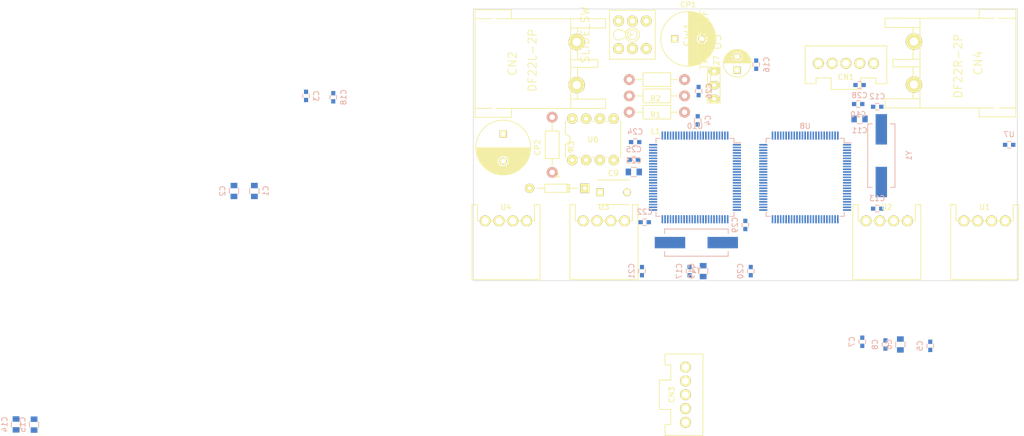
<source format=kicad_pcb>
(kicad_pcb (version 4) (host pcbnew "(2015-07-11 BZR 5925, Git c291b88)-product")

  (general
    (links 154)
    (no_connects 154)
    (area 62.110119 48.075 251.394047 128.525001)
    (thickness 1.6)
    (drawings 4)
    (tracks 0)
    (zones 0)
    (modules 52)
    (nets 41)
  )

  (page A4)
  (layers
    (0 F.Cu signal)
    (31 B.Cu signal)
    (32 B.Adhes user)
    (33 F.Adhes user)
    (34 B.Paste user)
    (35 F.Paste user)
    (36 B.SilkS user)
    (37 F.SilkS user)
    (38 B.Mask user)
    (39 F.Mask user)
    (40 Dwgs.User user)
    (41 Cmts.User user)
    (42 Eco1.User user)
    (43 Eco2.User user)
    (44 Edge.Cuts user)
    (45 Margin user)
    (46 B.CrtYd user)
    (47 F.CrtYd user)
    (48 B.Fab user)
    (49 F.Fab user)
  )

  (setup
    (last_trace_width 0.25)
    (trace_clearance 0.2)
    (zone_clearance 0.508)
    (zone_45_only no)
    (trace_min 0.2)
    (segment_width 0.2)
    (edge_width 0.1)
    (via_size 0.6)
    (via_drill 0.4)
    (via_min_size 0.4)
    (via_min_drill 0.3)
    (uvia_size 0.3)
    (uvia_drill 0.1)
    (uvias_allowed no)
    (uvia_min_size 0.2)
    (uvia_min_drill 0.1)
    (pcb_text_width 0.3)
    (pcb_text_size 1.5 1.5)
    (mod_edge_width 0.15)
    (mod_text_size 1 1)
    (mod_text_width 0.15)
    (pad_size 1.5 1.5)
    (pad_drill 0.6)
    (pad_to_mask_clearance 0)
    (aux_axis_origin 0 0)
    (visible_elements 7FFFFFFF)
    (pcbplotparams
      (layerselection 0x00030_80000001)
      (usegerberextensions false)
      (excludeedgelayer true)
      (linewidth 0.100000)
      (plotframeref false)
      (viasonmask false)
      (mode 1)
      (useauxorigin false)
      (hpglpennumber 1)
      (hpglpenspeed 20)
      (hpglpendiameter 15)
      (hpglpenoverlay 2)
      (psnegative false)
      (psa4output false)
      (plotreference true)
      (plotvalue true)
      (plotinvisibletext false)
      (padsonsilk false)
      (subtractmaskfromsilk false)
      (outputformat 1)
      (mirror false)
      (drillshape 1)
      (scaleselection 1)
      (outputdirectory ""))
  )

  (net 0 "")
  (net 1 +5V)
  (net 2 GND)
  (net 3 "Net-(C6-Pad1)")
  (net 4 "Net-(C9-Pad1)")
  (net 5 "Net-(C12-Pad1)")
  (net 6 "Net-(C13-Pad1)")
  (net 7 "Net-(C20-Pad1)")
  (net 8 "Net-(C21-Pad1)")
  (net 9 "Net-(C23-Pad1)")
  (net 10 +9V)
  (net 11 "Net-(CN1-Pad1)")
  (net 12 "Net-(CN1-Pad2)")
  (net 13 "Net-(CN1-Pad3)")
  (net 14 "Net-(CN2-Pad1)")
  (net 15 "Net-(CN3-Pad1)")
  (net 16 "Net-(CN3-Pad2)")
  (net 17 "Net-(CN3-Pad3)")
  (net 18 +24V)
  (net 19 "Net-(D1-Pad1)")
  (net 20 Vth)
  (net 21 "Net-(R3-Pad2)")
  (net 22 "Net-(U7-Pad2)")
  (net 23 RX_1)
  (net 24 TX_1)
  (net 25 RX_2)
  (net 26 TX_2)
  (net 27 RX_3)
  (net 28 TX_3)
  (net 29 RX_4)
  (net 30 TX_4)
  (net 31 /bus9)
  (net 32 /bus8)
  (net 33 /bus7)
  (net 34 /bus6)
  (net 35 /bus5)
  (net 36 /bus4)
  (net 37 /bus3)
  (net 38 /bus2)
  (net 39 /bus1)
  (net 40 /bus0)

  (net_class Default "これは標準のネット クラスです。"
    (clearance 0.2)
    (trace_width 0.25)
    (via_dia 0.6)
    (via_drill 0.4)
    (uvia_dia 0.3)
    (uvia_drill 0.1)
    (add_net +24V)
    (add_net +5V)
    (add_net +9V)
    (add_net /bus0)
    (add_net /bus1)
    (add_net /bus2)
    (add_net /bus3)
    (add_net /bus4)
    (add_net /bus5)
    (add_net /bus6)
    (add_net /bus7)
    (add_net /bus8)
    (add_net /bus9)
    (add_net GND)
    (add_net "Net-(C12-Pad1)")
    (add_net "Net-(C13-Pad1)")
    (add_net "Net-(C20-Pad1)")
    (add_net "Net-(C21-Pad1)")
    (add_net "Net-(C23-Pad1)")
    (add_net "Net-(C6-Pad1)")
    (add_net "Net-(C9-Pad1)")
    (add_net "Net-(CN1-Pad1)")
    (add_net "Net-(CN1-Pad2)")
    (add_net "Net-(CN1-Pad3)")
    (add_net "Net-(CN2-Pad1)")
    (add_net "Net-(CN3-Pad1)")
    (add_net "Net-(CN3-Pad2)")
    (add_net "Net-(CN3-Pad3)")
    (add_net "Net-(D1-Pad1)")
    (add_net "Net-(R3-Pad2)")
    (add_net "Net-(U7-Pad2)")
    (add_net RX_1)
    (add_net RX_2)
    (add_net RX_3)
    (add_net RX_4)
    (add_net TX_1)
    (add_net TX_2)
    (add_net TX_3)
    (add_net TX_4)
    (add_net Vth)
  )

  (module Capacitors_SMD:C_0805 (layer B.Cu) (tedit 5415D6EA) (tstamp 55A39F54)
    (at 109.75 83.5 90)
    (descr "Capacitor SMD 0805, reflow soldering, AVX (see smccp.pdf)")
    (tags "capacitor 0805")
    (path /557899C2)
    (attr smd)
    (fp_text reference C1 (at 0 2.1 90) (layer B.SilkS)
      (effects (font (size 1 1) (thickness 0.15)) (justify mirror))
    )
    (fp_text value 1u (at 0 -2.1 90) (layer B.Fab)
      (effects (font (size 1 1) (thickness 0.15)) (justify mirror))
    )
    (fp_line (start -1.8 1) (end 1.8 1) (layer B.CrtYd) (width 0.05))
    (fp_line (start -1.8 -1) (end 1.8 -1) (layer B.CrtYd) (width 0.05))
    (fp_line (start -1.8 1) (end -1.8 -1) (layer B.CrtYd) (width 0.05))
    (fp_line (start 1.8 1) (end 1.8 -1) (layer B.CrtYd) (width 0.05))
    (fp_line (start 0.5 0.85) (end -0.5 0.85) (layer B.SilkS) (width 0.15))
    (fp_line (start -0.5 -0.85) (end 0.5 -0.85) (layer B.SilkS) (width 0.15))
    (pad 1 smd rect (at -1 0 90) (size 1 1.25) (layers B.Cu B.Paste B.Mask)
      (net 1 +5V))
    (pad 2 smd rect (at 1 0 90) (size 1 1.25) (layers B.Cu B.Paste B.Mask)
      (net 2 GND))
    (model Capacitors_SMD.3dshapes/C_0805.wrl
      (at (xyz 0 0 0))
      (scale (xyz 1 1 1))
      (rotate (xyz 0 0 0))
    )
  )

  (module Capacitors_SMD:C_0805 (layer B.Cu) (tedit 5415D6EA) (tstamp 55A39F5A)
    (at 106 83.5 270)
    (descr "Capacitor SMD 0805, reflow soldering, AVX (see smccp.pdf)")
    (tags "capacitor 0805")
    (path /5578B36E)
    (attr smd)
    (fp_text reference C2 (at 0 2.1 270) (layer B.SilkS)
      (effects (font (size 1 1) (thickness 0.15)) (justify mirror))
    )
    (fp_text value 1u (at 0 -2.1 270) (layer B.Fab)
      (effects (font (size 1 1) (thickness 0.15)) (justify mirror))
    )
    (fp_line (start -1.8 1) (end 1.8 1) (layer B.CrtYd) (width 0.05))
    (fp_line (start -1.8 -1) (end 1.8 -1) (layer B.CrtYd) (width 0.05))
    (fp_line (start -1.8 1) (end -1.8 -1) (layer B.CrtYd) (width 0.05))
    (fp_line (start 1.8 1) (end 1.8 -1) (layer B.CrtYd) (width 0.05))
    (fp_line (start 0.5 0.85) (end -0.5 0.85) (layer B.SilkS) (width 0.15))
    (fp_line (start -0.5 -0.85) (end 0.5 -0.85) (layer B.SilkS) (width 0.15))
    (pad 1 smd rect (at -1 0 270) (size 1 1.25) (layers B.Cu B.Paste B.Mask)
      (net 1 +5V))
    (pad 2 smd rect (at 1 0 270) (size 1 1.25) (layers B.Cu B.Paste B.Mask)
      (net 2 GND))
    (model Capacitors_SMD.3dshapes/C_0805.wrl
      (at (xyz 0 0 0))
      (scale (xyz 1 1 1))
      (rotate (xyz 0 0 0))
    )
  )

  (module Capacitors_SMD:C_0603 (layer B.Cu) (tedit 5415D631) (tstamp 55A39F60)
    (at 119.25 66 90)
    (descr "Capacitor SMD 0603, reflow soldering, AVX (see smccp.pdf)")
    (tags "capacitor 0603")
    (path /557898C2)
    (attr smd)
    (fp_text reference C3 (at 0 1.9 90) (layer B.SilkS)
      (effects (font (size 1 1) (thickness 0.15)) (justify mirror))
    )
    (fp_text value 0.1u (at 0 -1.9 90) (layer B.Fab)
      (effects (font (size 1 1) (thickness 0.15)) (justify mirror))
    )
    (fp_line (start -1.45 0.75) (end 1.45 0.75) (layer B.CrtYd) (width 0.05))
    (fp_line (start -1.45 -0.75) (end 1.45 -0.75) (layer B.CrtYd) (width 0.05))
    (fp_line (start -1.45 0.75) (end -1.45 -0.75) (layer B.CrtYd) (width 0.05))
    (fp_line (start 1.45 0.75) (end 1.45 -0.75) (layer B.CrtYd) (width 0.05))
    (fp_line (start -0.35 0.6) (end 0.35 0.6) (layer B.SilkS) (width 0.15))
    (fp_line (start 0.35 -0.6) (end -0.35 -0.6) (layer B.SilkS) (width 0.15))
    (pad 1 smd rect (at -0.75 0 90) (size 0.8 0.75) (layers B.Cu B.Paste B.Mask)
      (net 1 +5V))
    (pad 2 smd rect (at 0.75 0 90) (size 0.8 0.75) (layers B.Cu B.Paste B.Mask)
      (net 2 GND))
    (model Capacitors_SMD.3dshapes/C_0603.wrl
      (at (xyz 0 0 0))
      (scale (xyz 1 1 1))
      (rotate (xyz 0 0 0))
    )
  )

  (module Capacitors_SMD:C_0603 (layer B.Cu) (tedit 5415D631) (tstamp 55A39F66)
    (at 191.25 70.5 90)
    (descr "Capacitor SMD 0603, reflow soldering, AVX (see smccp.pdf)")
    (tags "capacitor 0603")
    (path /55789C1F)
    (attr smd)
    (fp_text reference C4 (at 0 1.9 90) (layer B.SilkS)
      (effects (font (size 1 1) (thickness 0.15)) (justify mirror))
    )
    (fp_text value 0.1u (at 0 -1.9 90) (layer B.Fab)
      (effects (font (size 1 1) (thickness 0.15)) (justify mirror))
    )
    (fp_line (start -1.45 0.75) (end 1.45 0.75) (layer B.CrtYd) (width 0.05))
    (fp_line (start -1.45 -0.75) (end 1.45 -0.75) (layer B.CrtYd) (width 0.05))
    (fp_line (start -1.45 0.75) (end -1.45 -0.75) (layer B.CrtYd) (width 0.05))
    (fp_line (start 1.45 0.75) (end 1.45 -0.75) (layer B.CrtYd) (width 0.05))
    (fp_line (start -0.35 0.6) (end 0.35 0.6) (layer B.SilkS) (width 0.15))
    (fp_line (start 0.35 -0.6) (end -0.35 -0.6) (layer B.SilkS) (width 0.15))
    (pad 1 smd rect (at -0.75 0 90) (size 0.8 0.75) (layers B.Cu B.Paste B.Mask)
      (net 1 +5V))
    (pad 2 smd rect (at 0.75 0 90) (size 0.8 0.75) (layers B.Cu B.Paste B.Mask)
      (net 2 GND))
    (model Capacitors_SMD.3dshapes/C_0603.wrl
      (at (xyz 0 0 0))
      (scale (xyz 1 1 1))
      (rotate (xyz 0 0 0))
    )
  )

  (module Capacitors_SMD:C_0603 (layer B.Cu) (tedit 5415D631) (tstamp 55A39F6C)
    (at 234 112 270)
    (descr "Capacitor SMD 0603, reflow soldering, AVX (see smccp.pdf)")
    (tags "capacitor 0603")
    (path /5578A8B7)
    (attr smd)
    (fp_text reference C5 (at 0 1.9 270) (layer B.SilkS)
      (effects (font (size 1 1) (thickness 0.15)) (justify mirror))
    )
    (fp_text value 0.1u (at 0 -1.9 270) (layer B.Fab)
      (effects (font (size 1 1) (thickness 0.15)) (justify mirror))
    )
    (fp_line (start -1.45 0.75) (end 1.45 0.75) (layer B.CrtYd) (width 0.05))
    (fp_line (start -1.45 -0.75) (end 1.45 -0.75) (layer B.CrtYd) (width 0.05))
    (fp_line (start -1.45 0.75) (end -1.45 -0.75) (layer B.CrtYd) (width 0.05))
    (fp_line (start 1.45 0.75) (end 1.45 -0.75) (layer B.CrtYd) (width 0.05))
    (fp_line (start -0.35 0.6) (end 0.35 0.6) (layer B.SilkS) (width 0.15))
    (fp_line (start 0.35 -0.6) (end -0.35 -0.6) (layer B.SilkS) (width 0.15))
    (pad 1 smd rect (at -0.75 0 270) (size 0.8 0.75) (layers B.Cu B.Paste B.Mask)
      (net 1 +5V))
    (pad 2 smd rect (at 0.75 0 270) (size 0.8 0.75) (layers B.Cu B.Paste B.Mask)
      (net 2 GND))
    (model Capacitors_SMD.3dshapes/C_0603.wrl
      (at (xyz 0 0 0))
      (scale (xyz 1 1 1))
      (rotate (xyz 0 0 0))
    )
  )

  (module Capacitors_SMD:C_0805 (layer B.Cu) (tedit 5415D6EA) (tstamp 55A39F72)
    (at 228.5 111.75 270)
    (descr "Capacitor SMD 0805, reflow soldering, AVX (see smccp.pdf)")
    (tags "capacitor 0805")
    (path /5578AECF)
    (attr smd)
    (fp_text reference C6 (at 0 2.1 270) (layer B.SilkS)
      (effects (font (size 1 1) (thickness 0.15)) (justify mirror))
    )
    (fp_text value 1u (at 0 -2.1 270) (layer B.Fab)
      (effects (font (size 1 1) (thickness 0.15)) (justify mirror))
    )
    (fp_line (start -1.8 1) (end 1.8 1) (layer B.CrtYd) (width 0.05))
    (fp_line (start -1.8 -1) (end 1.8 -1) (layer B.CrtYd) (width 0.05))
    (fp_line (start -1.8 1) (end -1.8 -1) (layer B.CrtYd) (width 0.05))
    (fp_line (start 1.8 1) (end 1.8 -1) (layer B.CrtYd) (width 0.05))
    (fp_line (start 0.5 0.85) (end -0.5 0.85) (layer B.SilkS) (width 0.15))
    (fp_line (start -0.5 -0.85) (end 0.5 -0.85) (layer B.SilkS) (width 0.15))
    (pad 1 smd rect (at -1 0 270) (size 1 1.25) (layers B.Cu B.Paste B.Mask)
      (net 3 "Net-(C6-Pad1)"))
    (pad 2 smd rect (at 1 0 270) (size 1 1.25) (layers B.Cu B.Paste B.Mask)
      (net 2 GND))
    (model Capacitors_SMD.3dshapes/C_0805.wrl
      (at (xyz 0 0 0))
      (scale (xyz 1 1 1))
      (rotate (xyz 0 0 0))
    )
  )

  (module Capacitors_SMD:C_0603 (layer B.Cu) (tedit 5415D631) (tstamp 55A39F78)
    (at 221.5 111.25 270)
    (descr "Capacitor SMD 0603, reflow soldering, AVX (see smccp.pdf)")
    (tags "capacitor 0603")
    (path /5578ACFB)
    (attr smd)
    (fp_text reference C7 (at 0 1.9 270) (layer B.SilkS)
      (effects (font (size 1 1) (thickness 0.15)) (justify mirror))
    )
    (fp_text value 0.1u (at 0 -1.9 270) (layer B.Fab)
      (effects (font (size 1 1) (thickness 0.15)) (justify mirror))
    )
    (fp_line (start -1.45 0.75) (end 1.45 0.75) (layer B.CrtYd) (width 0.05))
    (fp_line (start -1.45 -0.75) (end 1.45 -0.75) (layer B.CrtYd) (width 0.05))
    (fp_line (start -1.45 0.75) (end -1.45 -0.75) (layer B.CrtYd) (width 0.05))
    (fp_line (start 1.45 0.75) (end 1.45 -0.75) (layer B.CrtYd) (width 0.05))
    (fp_line (start -0.35 0.6) (end 0.35 0.6) (layer B.SilkS) (width 0.15))
    (fp_line (start 0.35 -0.6) (end -0.35 -0.6) (layer B.SilkS) (width 0.15))
    (pad 1 smd rect (at -0.75 0 270) (size 0.8 0.75) (layers B.Cu B.Paste B.Mask)
      (net 1 +5V))
    (pad 2 smd rect (at 0.75 0 270) (size 0.8 0.75) (layers B.Cu B.Paste B.Mask)
      (net 2 GND))
    (model Capacitors_SMD.3dshapes/C_0603.wrl
      (at (xyz 0 0 0))
      (scale (xyz 1 1 1))
      (rotate (xyz 0 0 0))
    )
  )

  (module Capacitors_SMD:C_0603 (layer B.Cu) (tedit 5415D631) (tstamp 55A39F7E)
    (at 225.75 111.75 270)
    (descr "Capacitor SMD 0603, reflow soldering, AVX (see smccp.pdf)")
    (tags "capacitor 0603")
    (path /5578AE50)
    (attr smd)
    (fp_text reference C8 (at 0 1.9 270) (layer B.SilkS)
      (effects (font (size 1 1) (thickness 0.15)) (justify mirror))
    )
    (fp_text value 0.1u (at 0 -1.9 270) (layer B.Fab)
      (effects (font (size 1 1) (thickness 0.15)) (justify mirror))
    )
    (fp_line (start -1.45 0.75) (end 1.45 0.75) (layer B.CrtYd) (width 0.05))
    (fp_line (start -1.45 -0.75) (end 1.45 -0.75) (layer B.CrtYd) (width 0.05))
    (fp_line (start -1.45 0.75) (end -1.45 -0.75) (layer B.CrtYd) (width 0.05))
    (fp_line (start 1.45 0.75) (end 1.45 -0.75) (layer B.CrtYd) (width 0.05))
    (fp_line (start -0.35 0.6) (end 0.35 0.6) (layer B.SilkS) (width 0.15))
    (fp_line (start 0.35 -0.6) (end -0.35 -0.6) (layer B.SilkS) (width 0.15))
    (pad 1 smd rect (at -0.75 0 270) (size 0.8 0.75) (layers B.Cu B.Paste B.Mask)
      (net 1 +5V))
    (pad 2 smd rect (at 0.75 0 270) (size 0.8 0.75) (layers B.Cu B.Paste B.Mask)
      (net 2 GND))
    (model Capacitors_SMD.3dshapes/C_0603.wrl
      (at (xyz 0 0 0))
      (scale (xyz 1 1 1))
      (rotate (xyz 0 0 0))
    )
  )

  (module Capacitors_ThroughHole:C_Disc_D6_P5 (layer F.Cu) (tedit 0) (tstamp 55A39F84)
    (at 173.25 83.75)
    (descr "Capacitor 6mm Disc, Pitch 5mm")
    (tags Capacitor)
    (path /557963A3)
    (fp_text reference C9 (at 2.5 -3.5) (layer F.SilkS)
      (effects (font (size 1 1) (thickness 0.15)))
    )
    (fp_text value 470p (at 2.5 3.5) (layer F.Fab)
      (effects (font (size 1 1) (thickness 0.15)))
    )
    (fp_line (start -0.95 -2.5) (end 5.95 -2.5) (layer F.CrtYd) (width 0.05))
    (fp_line (start 5.95 -2.5) (end 5.95 2.5) (layer F.CrtYd) (width 0.05))
    (fp_line (start 5.95 2.5) (end -0.95 2.5) (layer F.CrtYd) (width 0.05))
    (fp_line (start -0.95 2.5) (end -0.95 -2.5) (layer F.CrtYd) (width 0.05))
    (fp_line (start -0.5 -2.25) (end 5.5 -2.25) (layer F.SilkS) (width 0.15))
    (fp_line (start 5.5 2.25) (end -0.5 2.25) (layer F.SilkS) (width 0.15))
    (pad 1 thru_hole rect (at 0 0) (size 1.4 1.4) (drill 0.9) (layers *.Cu *.Mask F.SilkS)
      (net 4 "Net-(C9-Pad1)"))
    (pad 2 thru_hole circle (at 5 0) (size 1.4 1.4) (drill 0.9) (layers *.Cu *.Mask F.SilkS)
      (net 2 GND))
    (model Capacitors_ThroughHole.3dshapes/C_Disc_D6_P5.wrl
      (at (xyz 0.0984252 0 0))
      (scale (xyz 1 1 1))
      (rotate (xyz 0 0 0))
    )
  )

  (module Capacitors_SMD:C_0603 (layer B.Cu) (tedit 5415D631) (tstamp 55A39F8A)
    (at 220.75 67.5)
    (descr "Capacitor SMD 0603, reflow soldering, AVX (see smccp.pdf)")
    (tags "capacitor 0603")
    (path /5578A41E)
    (attr smd)
    (fp_text reference C10 (at 0 1.9) (layer B.SilkS)
      (effects (font (size 1 1) (thickness 0.15)) (justify mirror))
    )
    (fp_text value 0.1u (at 0 -1.9) (layer B.Fab)
      (effects (font (size 1 1) (thickness 0.15)) (justify mirror))
    )
    (fp_line (start -1.45 0.75) (end 1.45 0.75) (layer B.CrtYd) (width 0.05))
    (fp_line (start -1.45 -0.75) (end 1.45 -0.75) (layer B.CrtYd) (width 0.05))
    (fp_line (start -1.45 0.75) (end -1.45 -0.75) (layer B.CrtYd) (width 0.05))
    (fp_line (start 1.45 0.75) (end 1.45 -0.75) (layer B.CrtYd) (width 0.05))
    (fp_line (start -0.35 0.6) (end 0.35 0.6) (layer B.SilkS) (width 0.15))
    (fp_line (start 0.35 -0.6) (end -0.35 -0.6) (layer B.SilkS) (width 0.15))
    (pad 1 smd rect (at -0.75 0) (size 0.8 0.75) (layers B.Cu B.Paste B.Mask)
      (net 1 +5V))
    (pad 2 smd rect (at 0.75 0) (size 0.8 0.75) (layers B.Cu B.Paste B.Mask)
      (net 2 GND))
    (model Capacitors_SMD.3dshapes/C_0603.wrl
      (at (xyz 0 0 0))
      (scale (xyz 1 1 1))
      (rotate (xyz 0 0 0))
    )
  )

  (module Capacitors_SMD:C_0805 (layer B.Cu) (tedit 5415D6EA) (tstamp 55A39F90)
    (at 221 70.25)
    (descr "Capacitor SMD 0805, reflow soldering, AVX (see smccp.pdf)")
    (tags "capacitor 0805")
    (path /5578A455)
    (attr smd)
    (fp_text reference C11 (at 0 2.1) (layer B.SilkS)
      (effects (font (size 1 1) (thickness 0.15)) (justify mirror))
    )
    (fp_text value 1u (at 0 -2.1) (layer B.Fab)
      (effects (font (size 1 1) (thickness 0.15)) (justify mirror))
    )
    (fp_line (start -1.8 1) (end 1.8 1) (layer B.CrtYd) (width 0.05))
    (fp_line (start -1.8 -1) (end 1.8 -1) (layer B.CrtYd) (width 0.05))
    (fp_line (start -1.8 1) (end -1.8 -1) (layer B.CrtYd) (width 0.05))
    (fp_line (start 1.8 1) (end 1.8 -1) (layer B.CrtYd) (width 0.05))
    (fp_line (start 0.5 0.85) (end -0.5 0.85) (layer B.SilkS) (width 0.15))
    (fp_line (start -0.5 -0.85) (end 0.5 -0.85) (layer B.SilkS) (width 0.15))
    (pad 1 smd rect (at -1 0) (size 1 1.25) (layers B.Cu B.Paste B.Mask)
      (net 1 +5V))
    (pad 2 smd rect (at 1 0) (size 1 1.25) (layers B.Cu B.Paste B.Mask)
      (net 2 GND))
    (model Capacitors_SMD.3dshapes/C_0805.wrl
      (at (xyz 0 0 0))
      (scale (xyz 1 1 1))
      (rotate (xyz 0 0 0))
    )
  )

  (module Capacitors_SMD:C_0603 (layer B.Cu) (tedit 5415D631) (tstamp 55A39F96)
    (at 224.25 68 180)
    (descr "Capacitor SMD 0603, reflow soldering, AVX (see smccp.pdf)")
    (tags "capacitor 0603")
    (path /5578A7B3)
    (attr smd)
    (fp_text reference C12 (at 0 1.9 180) (layer B.SilkS)
      (effects (font (size 1 1) (thickness 0.15)) (justify mirror))
    )
    (fp_text value 12p (at 0 -1.9 180) (layer B.Fab)
      (effects (font (size 1 1) (thickness 0.15)) (justify mirror))
    )
    (fp_line (start -1.45 0.75) (end 1.45 0.75) (layer B.CrtYd) (width 0.05))
    (fp_line (start -1.45 -0.75) (end 1.45 -0.75) (layer B.CrtYd) (width 0.05))
    (fp_line (start -1.45 0.75) (end -1.45 -0.75) (layer B.CrtYd) (width 0.05))
    (fp_line (start 1.45 0.75) (end 1.45 -0.75) (layer B.CrtYd) (width 0.05))
    (fp_line (start -0.35 0.6) (end 0.35 0.6) (layer B.SilkS) (width 0.15))
    (fp_line (start 0.35 -0.6) (end -0.35 -0.6) (layer B.SilkS) (width 0.15))
    (pad 1 smd rect (at -0.75 0 180) (size 0.8 0.75) (layers B.Cu B.Paste B.Mask)
      (net 5 "Net-(C12-Pad1)"))
    (pad 2 smd rect (at 0.75 0 180) (size 0.8 0.75) (layers B.Cu B.Paste B.Mask)
      (net 2 GND))
    (model Capacitors_SMD.3dshapes/C_0603.wrl
      (at (xyz 0 0 0))
      (scale (xyz 1 1 1))
      (rotate (xyz 0 0 0))
    )
  )

  (module Capacitors_SMD:C_0603 (layer B.Cu) (tedit 5415D631) (tstamp 55A39F9C)
    (at 224.25 86.75 180)
    (descr "Capacitor SMD 0603, reflow soldering, AVX (see smccp.pdf)")
    (tags "capacitor 0603")
    (path /5578A7FC)
    (attr smd)
    (fp_text reference C13 (at 0 1.9 180) (layer B.SilkS)
      (effects (font (size 1 1) (thickness 0.15)) (justify mirror))
    )
    (fp_text value 12p (at 0 -1.9 180) (layer B.Fab)
      (effects (font (size 1 1) (thickness 0.15)) (justify mirror))
    )
    (fp_line (start -1.45 0.75) (end 1.45 0.75) (layer B.CrtYd) (width 0.05))
    (fp_line (start -1.45 -0.75) (end 1.45 -0.75) (layer B.CrtYd) (width 0.05))
    (fp_line (start -1.45 0.75) (end -1.45 -0.75) (layer B.CrtYd) (width 0.05))
    (fp_line (start 1.45 0.75) (end 1.45 -0.75) (layer B.CrtYd) (width 0.05))
    (fp_line (start -0.35 0.6) (end 0.35 0.6) (layer B.SilkS) (width 0.15))
    (fp_line (start 0.35 -0.6) (end -0.35 -0.6) (layer B.SilkS) (width 0.15))
    (pad 1 smd rect (at -0.75 0 180) (size 0.8 0.75) (layers B.Cu B.Paste B.Mask)
      (net 6 "Net-(C13-Pad1)"))
    (pad 2 smd rect (at 0.75 0 180) (size 0.8 0.75) (layers B.Cu B.Paste B.Mask)
      (net 2 GND))
    (model Capacitors_SMD.3dshapes/C_0603.wrl
      (at (xyz 0 0 0))
      (scale (xyz 1 1 1))
      (rotate (xyz 0 0 0))
    )
  )

  (module Capacitors_SMD:C_0805 (layer B.Cu) (tedit 5415D6EA) (tstamp 55A39FA2)
    (at 65.9375 126.4625 270)
    (descr "Capacitor SMD 0805, reflow soldering, AVX (see smccp.pdf)")
    (tags "capacitor 0805")
    (path /55A297BB)
    (attr smd)
    (fp_text reference C14 (at 0 2.1 270) (layer B.SilkS)
      (effects (font (size 1 1) (thickness 0.15)) (justify mirror))
    )
    (fp_text value 1u (at 0 -2.1 270) (layer B.Fab)
      (effects (font (size 1 1) (thickness 0.15)) (justify mirror))
    )
    (fp_line (start -1.8 1) (end 1.8 1) (layer B.CrtYd) (width 0.05))
    (fp_line (start -1.8 -1) (end 1.8 -1) (layer B.CrtYd) (width 0.05))
    (fp_line (start -1.8 1) (end -1.8 -1) (layer B.CrtYd) (width 0.05))
    (fp_line (start 1.8 1) (end 1.8 -1) (layer B.CrtYd) (width 0.05))
    (fp_line (start 0.5 0.85) (end -0.5 0.85) (layer B.SilkS) (width 0.15))
    (fp_line (start -0.5 -0.85) (end 0.5 -0.85) (layer B.SilkS) (width 0.15))
    (pad 1 smd rect (at -1 0 270) (size 1 1.25) (layers B.Cu B.Paste B.Mask)
      (net 1 +5V))
    (pad 2 smd rect (at 1 0 270) (size 1 1.25) (layers B.Cu B.Paste B.Mask)
      (net 2 GND))
    (model Capacitors_SMD.3dshapes/C_0805.wrl
      (at (xyz 0 0 0))
      (scale (xyz 1 1 1))
      (rotate (xyz 0 0 0))
    )
  )

  (module Capacitors_SMD:C_0805 (layer B.Cu) (tedit 5415D6EA) (tstamp 55A39FA8)
    (at 69.25 126.5 270)
    (descr "Capacitor SMD 0805, reflow soldering, AVX (see smccp.pdf)")
    (tags "capacitor 0805")
    (path /55A29851)
    (attr smd)
    (fp_text reference C15 (at 0 2.1 270) (layer B.SilkS)
      (effects (font (size 1 1) (thickness 0.15)) (justify mirror))
    )
    (fp_text value 1u (at 0 -2.1 270) (layer B.Fab)
      (effects (font (size 1 1) (thickness 0.15)) (justify mirror))
    )
    (fp_line (start -1.8 1) (end 1.8 1) (layer B.CrtYd) (width 0.05))
    (fp_line (start -1.8 -1) (end 1.8 -1) (layer B.CrtYd) (width 0.05))
    (fp_line (start -1.8 1) (end -1.8 -1) (layer B.CrtYd) (width 0.05))
    (fp_line (start 1.8 1) (end 1.8 -1) (layer B.CrtYd) (width 0.05))
    (fp_line (start 0.5 0.85) (end -0.5 0.85) (layer B.SilkS) (width 0.15))
    (fp_line (start -0.5 -0.85) (end 0.5 -0.85) (layer B.SilkS) (width 0.15))
    (pad 1 smd rect (at -1 0 270) (size 1 1.25) (layers B.Cu B.Paste B.Mask)
      (net 1 +5V))
    (pad 2 smd rect (at 1 0 270) (size 1 1.25) (layers B.Cu B.Paste B.Mask)
      (net 2 GND))
    (model Capacitors_SMD.3dshapes/C_0805.wrl
      (at (xyz 0 0 0))
      (scale (xyz 1 1 1))
      (rotate (xyz 0 0 0))
    )
  )

  (module Capacitors_SMD:C_0603 (layer B.Cu) (tedit 5415D631) (tstamp 55A39FAE)
    (at 202 60.25 90)
    (descr "Capacitor SMD 0603, reflow soldering, AVX (see smccp.pdf)")
    (tags "capacitor 0603")
    (path /55A297A3)
    (attr smd)
    (fp_text reference C16 (at 0 1.9 90) (layer B.SilkS)
      (effects (font (size 1 1) (thickness 0.15)) (justify mirror))
    )
    (fp_text value 0.1u (at 0 -1.9 90) (layer B.Fab)
      (effects (font (size 1 1) (thickness 0.15)) (justify mirror))
    )
    (fp_line (start -1.45 0.75) (end 1.45 0.75) (layer B.CrtYd) (width 0.05))
    (fp_line (start -1.45 -0.75) (end 1.45 -0.75) (layer B.CrtYd) (width 0.05))
    (fp_line (start -1.45 0.75) (end -1.45 -0.75) (layer B.CrtYd) (width 0.05))
    (fp_line (start 1.45 0.75) (end 1.45 -0.75) (layer B.CrtYd) (width 0.05))
    (fp_line (start -0.35 0.6) (end 0.35 0.6) (layer B.SilkS) (width 0.15))
    (fp_line (start 0.35 -0.6) (end -0.35 -0.6) (layer B.SilkS) (width 0.15))
    (pad 1 smd rect (at -0.75 0 90) (size 0.8 0.75) (layers B.Cu B.Paste B.Mask)
      (net 1 +5V))
    (pad 2 smd rect (at 0.75 0 90) (size 0.8 0.75) (layers B.Cu B.Paste B.Mask)
      (net 2 GND))
    (model Capacitors_SMD.3dshapes/C_0603.wrl
      (at (xyz 0 0 0))
      (scale (xyz 1 1 1))
      (rotate (xyz 0 0 0))
    )
  )

  (module Capacitors_SMD:C_0603 (layer B.Cu) (tedit 5415D631) (tstamp 55A39FB4)
    (at 189.75 98.25 270)
    (descr "Capacitor SMD 0603, reflow soldering, AVX (see smccp.pdf)")
    (tags "capacitor 0603")
    (path /55A297F7)
    (attr smd)
    (fp_text reference C17 (at 0 1.9 270) (layer B.SilkS)
      (effects (font (size 1 1) (thickness 0.15)) (justify mirror))
    )
    (fp_text value 0.1u (at 0 -1.9 270) (layer B.Fab)
      (effects (font (size 1 1) (thickness 0.15)) (justify mirror))
    )
    (fp_line (start -1.45 0.75) (end 1.45 0.75) (layer B.CrtYd) (width 0.05))
    (fp_line (start -1.45 -0.75) (end 1.45 -0.75) (layer B.CrtYd) (width 0.05))
    (fp_line (start -1.45 0.75) (end -1.45 -0.75) (layer B.CrtYd) (width 0.05))
    (fp_line (start 1.45 0.75) (end 1.45 -0.75) (layer B.CrtYd) (width 0.05))
    (fp_line (start -0.35 0.6) (end 0.35 0.6) (layer B.SilkS) (width 0.15))
    (fp_line (start 0.35 -0.6) (end -0.35 -0.6) (layer B.SilkS) (width 0.15))
    (pad 1 smd rect (at -0.75 0 270) (size 0.8 0.75) (layers B.Cu B.Paste B.Mask)
      (net 1 +5V))
    (pad 2 smd rect (at 0.75 0 270) (size 0.8 0.75) (layers B.Cu B.Paste B.Mask)
      (net 2 GND))
    (model Capacitors_SMD.3dshapes/C_0603.wrl
      (at (xyz 0 0 0))
      (scale (xyz 1 1 1))
      (rotate (xyz 0 0 0))
    )
  )

  (module Capacitors_SMD:C_0603 (layer B.Cu) (tedit 5415D631) (tstamp 55A39FBA)
    (at 124.25 66.25 90)
    (descr "Capacitor SMD 0603, reflow soldering, AVX (see smccp.pdf)")
    (tags "capacitor 0603")
    (path /55A297CD)
    (attr smd)
    (fp_text reference C18 (at 0 1.9 90) (layer B.SilkS)
      (effects (font (size 1 1) (thickness 0.15)) (justify mirror))
    )
    (fp_text value 0.1u (at 0 -1.9 90) (layer B.Fab)
      (effects (font (size 1 1) (thickness 0.15)) (justify mirror))
    )
    (fp_line (start -1.45 0.75) (end 1.45 0.75) (layer B.CrtYd) (width 0.05))
    (fp_line (start -1.45 -0.75) (end 1.45 -0.75) (layer B.CrtYd) (width 0.05))
    (fp_line (start -1.45 0.75) (end -1.45 -0.75) (layer B.CrtYd) (width 0.05))
    (fp_line (start 1.45 0.75) (end 1.45 -0.75) (layer B.CrtYd) (width 0.05))
    (fp_line (start -0.35 0.6) (end 0.35 0.6) (layer B.SilkS) (width 0.15))
    (fp_line (start 0.35 -0.6) (end -0.35 -0.6) (layer B.SilkS) (width 0.15))
    (pad 1 smd rect (at -0.75 0 90) (size 0.8 0.75) (layers B.Cu B.Paste B.Mask)
      (net 1 +5V))
    (pad 2 smd rect (at 0.75 0 90) (size 0.8 0.75) (layers B.Cu B.Paste B.Mask)
      (net 2 GND))
    (model Capacitors_SMD.3dshapes/C_0603.wrl
      (at (xyz 0 0 0))
      (scale (xyz 1 1 1))
      (rotate (xyz 0 0 0))
    )
  )

  (module Capacitors_SMD:C_0805 (layer B.Cu) (tedit 5415D6EA) (tstamp 55A39FC0)
    (at 192.25 98.25 270)
    (descr "Capacitor SMD 0805, reflow soldering, AVX (see smccp.pdf)")
    (tags "capacitor 0805")
    (path /55A297FD)
    (attr smd)
    (fp_text reference C19 (at 0 2.1 270) (layer B.SilkS)
      (effects (font (size 1 1) (thickness 0.15)) (justify mirror))
    )
    (fp_text value 1u (at 0 -2.1 270) (layer B.Fab)
      (effects (font (size 1 1) (thickness 0.15)) (justify mirror))
    )
    (fp_line (start -1.8 1) (end 1.8 1) (layer B.CrtYd) (width 0.05))
    (fp_line (start -1.8 -1) (end 1.8 -1) (layer B.CrtYd) (width 0.05))
    (fp_line (start -1.8 1) (end -1.8 -1) (layer B.CrtYd) (width 0.05))
    (fp_line (start 1.8 1) (end 1.8 -1) (layer B.CrtYd) (width 0.05))
    (fp_line (start 0.5 0.85) (end -0.5 0.85) (layer B.SilkS) (width 0.15))
    (fp_line (start -0.5 -0.85) (end 0.5 -0.85) (layer B.SilkS) (width 0.15))
    (pad 1 smd rect (at -1 0 270) (size 1 1.25) (layers B.Cu B.Paste B.Mask)
      (net 1 +5V))
    (pad 2 smd rect (at 1 0 270) (size 1 1.25) (layers B.Cu B.Paste B.Mask)
      (net 2 GND))
    (model Capacitors_SMD.3dshapes/C_0805.wrl
      (at (xyz 0 0 0))
      (scale (xyz 1 1 1))
      (rotate (xyz 0 0 0))
    )
  )

  (module Capacitors_SMD:C_0603 (layer B.Cu) (tedit 5415D631) (tstamp 55A39FC6)
    (at 201 98.25 270)
    (descr "Capacitor SMD 0603, reflow soldering, AVX (see smccp.pdf)")
    (tags "capacitor 0603")
    (path /55A2985D)
    (attr smd)
    (fp_text reference C20 (at 0 1.9 270) (layer B.SilkS)
      (effects (font (size 1 1) (thickness 0.15)) (justify mirror))
    )
    (fp_text value 12p (at 0 -1.9 270) (layer B.Fab)
      (effects (font (size 1 1) (thickness 0.15)) (justify mirror))
    )
    (fp_line (start -1.45 0.75) (end 1.45 0.75) (layer B.CrtYd) (width 0.05))
    (fp_line (start -1.45 -0.75) (end 1.45 -0.75) (layer B.CrtYd) (width 0.05))
    (fp_line (start -1.45 0.75) (end -1.45 -0.75) (layer B.CrtYd) (width 0.05))
    (fp_line (start 1.45 0.75) (end 1.45 -0.75) (layer B.CrtYd) (width 0.05))
    (fp_line (start -0.35 0.6) (end 0.35 0.6) (layer B.SilkS) (width 0.15))
    (fp_line (start 0.35 -0.6) (end -0.35 -0.6) (layer B.SilkS) (width 0.15))
    (pad 1 smd rect (at -0.75 0 270) (size 0.8 0.75) (layers B.Cu B.Paste B.Mask)
      (net 7 "Net-(C20-Pad1)"))
    (pad 2 smd rect (at 0.75 0 270) (size 0.8 0.75) (layers B.Cu B.Paste B.Mask)
      (net 2 GND))
    (model Capacitors_SMD.3dshapes/C_0603.wrl
      (at (xyz 0 0 0))
      (scale (xyz 1 1 1))
      (rotate (xyz 0 0 0))
    )
  )

  (module Capacitors_SMD:C_0603 (layer B.Cu) (tedit 5415D631) (tstamp 55A39FCC)
    (at 181 98.25 270)
    (descr "Capacitor SMD 0603, reflow soldering, AVX (see smccp.pdf)")
    (tags "capacitor 0603")
    (path /55A29863)
    (attr smd)
    (fp_text reference C21 (at 0 1.9 270) (layer B.SilkS)
      (effects (font (size 1 1) (thickness 0.15)) (justify mirror))
    )
    (fp_text value 12p (at 0 -1.9 270) (layer B.Fab)
      (effects (font (size 1 1) (thickness 0.15)) (justify mirror))
    )
    (fp_line (start -1.45 0.75) (end 1.45 0.75) (layer B.CrtYd) (width 0.05))
    (fp_line (start -1.45 -0.75) (end 1.45 -0.75) (layer B.CrtYd) (width 0.05))
    (fp_line (start -1.45 0.75) (end -1.45 -0.75) (layer B.CrtYd) (width 0.05))
    (fp_line (start 1.45 0.75) (end 1.45 -0.75) (layer B.CrtYd) (width 0.05))
    (fp_line (start -0.35 0.6) (end 0.35 0.6) (layer B.SilkS) (width 0.15))
    (fp_line (start 0.35 -0.6) (end -0.35 -0.6) (layer B.SilkS) (width 0.15))
    (pad 1 smd rect (at -0.75 0 270) (size 0.8 0.75) (layers B.Cu B.Paste B.Mask)
      (net 8 "Net-(C21-Pad1)"))
    (pad 2 smd rect (at 0.75 0 270) (size 0.8 0.75) (layers B.Cu B.Paste B.Mask)
      (net 2 GND))
    (model Capacitors_SMD.3dshapes/C_0603.wrl
      (at (xyz 0 0 0))
      (scale (xyz 1 1 1))
      (rotate (xyz 0 0 0))
    )
  )

  (module Capacitors_SMD:C_0603 (layer B.Cu) (tedit 5415D631) (tstamp 55A39FD2)
    (at 181.5 89.25 180)
    (descr "Capacitor SMD 0603, reflow soldering, AVX (see smccp.pdf)")
    (tags "capacitor 0603")
    (path /55A2980F)
    (attr smd)
    (fp_text reference C22 (at 0 1.9 180) (layer B.SilkS)
      (effects (font (size 1 1) (thickness 0.15)) (justify mirror))
    )
    (fp_text value 0.1u (at 0 -1.9 180) (layer B.Fab)
      (effects (font (size 1 1) (thickness 0.15)) (justify mirror))
    )
    (fp_line (start -1.45 0.75) (end 1.45 0.75) (layer B.CrtYd) (width 0.05))
    (fp_line (start -1.45 -0.75) (end 1.45 -0.75) (layer B.CrtYd) (width 0.05))
    (fp_line (start -1.45 0.75) (end -1.45 -0.75) (layer B.CrtYd) (width 0.05))
    (fp_line (start 1.45 0.75) (end 1.45 -0.75) (layer B.CrtYd) (width 0.05))
    (fp_line (start -0.35 0.6) (end 0.35 0.6) (layer B.SilkS) (width 0.15))
    (fp_line (start 0.35 -0.6) (end -0.35 -0.6) (layer B.SilkS) (width 0.15))
    (pad 1 smd rect (at -0.75 0 180) (size 0.8 0.75) (layers B.Cu B.Paste B.Mask)
      (net 1 +5V))
    (pad 2 smd rect (at 0.75 0 180) (size 0.8 0.75) (layers B.Cu B.Paste B.Mask)
      (net 2 GND))
    (model Capacitors_SMD.3dshapes/C_0603.wrl
      (at (xyz 0 0 0))
      (scale (xyz 1 1 1))
      (rotate (xyz 0 0 0))
    )
  )

  (module Capacitors_SMD:C_0805 (layer B.Cu) (tedit 5415D6EA) (tstamp 55A39FD8)
    (at 179.5 80 180)
    (descr "Capacitor SMD 0805, reflow soldering, AVX (see smccp.pdf)")
    (tags "capacitor 0805")
    (path /55A29839)
    (attr smd)
    (fp_text reference C23 (at 0 2.1 180) (layer B.SilkS)
      (effects (font (size 1 1) (thickness 0.15)) (justify mirror))
    )
    (fp_text value 1u (at 0 -2.1 180) (layer B.Fab)
      (effects (font (size 1 1) (thickness 0.15)) (justify mirror))
    )
    (fp_line (start -1.8 1) (end 1.8 1) (layer B.CrtYd) (width 0.05))
    (fp_line (start -1.8 -1) (end 1.8 -1) (layer B.CrtYd) (width 0.05))
    (fp_line (start -1.8 1) (end -1.8 -1) (layer B.CrtYd) (width 0.05))
    (fp_line (start 1.8 1) (end 1.8 -1) (layer B.CrtYd) (width 0.05))
    (fp_line (start 0.5 0.85) (end -0.5 0.85) (layer B.SilkS) (width 0.15))
    (fp_line (start -0.5 -0.85) (end 0.5 -0.85) (layer B.SilkS) (width 0.15))
    (pad 1 smd rect (at -1 0 180) (size 1 1.25) (layers B.Cu B.Paste B.Mask)
      (net 9 "Net-(C23-Pad1)"))
    (pad 2 smd rect (at 1 0 180) (size 1 1.25) (layers B.Cu B.Paste B.Mask)
      (net 2 GND))
    (model Capacitors_SMD.3dshapes/C_0805.wrl
      (at (xyz 0 0 0))
      (scale (xyz 1 1 1))
      (rotate (xyz 0 0 0))
    )
  )

  (module Capacitors_SMD:C_0603 (layer B.Cu) (tedit 5415D631) (tstamp 55A39FDE)
    (at 179.75 74.5 180)
    (descr "Capacitor SMD 0603, reflow soldering, AVX (see smccp.pdf)")
    (tags "capacitor 0603")
    (path /55A29821)
    (attr smd)
    (fp_text reference C24 (at 0 1.9 180) (layer B.SilkS)
      (effects (font (size 1 1) (thickness 0.15)) (justify mirror))
    )
    (fp_text value 0.1u (at 0 -1.9 180) (layer B.Fab)
      (effects (font (size 1 1) (thickness 0.15)) (justify mirror))
    )
    (fp_line (start -1.45 0.75) (end 1.45 0.75) (layer B.CrtYd) (width 0.05))
    (fp_line (start -1.45 -0.75) (end 1.45 -0.75) (layer B.CrtYd) (width 0.05))
    (fp_line (start -1.45 0.75) (end -1.45 -0.75) (layer B.CrtYd) (width 0.05))
    (fp_line (start 1.45 0.75) (end 1.45 -0.75) (layer B.CrtYd) (width 0.05))
    (fp_line (start -0.35 0.6) (end 0.35 0.6) (layer B.SilkS) (width 0.15))
    (fp_line (start 0.35 -0.6) (end -0.35 -0.6) (layer B.SilkS) (width 0.15))
    (pad 1 smd rect (at -0.75 0 180) (size 0.8 0.75) (layers B.Cu B.Paste B.Mask)
      (net 1 +5V))
    (pad 2 smd rect (at 0.75 0 180) (size 0.8 0.75) (layers B.Cu B.Paste B.Mask)
      (net 2 GND))
    (model Capacitors_SMD.3dshapes/C_0603.wrl
      (at (xyz 0 0 0))
      (scale (xyz 1 1 1))
      (rotate (xyz 0 0 0))
    )
  )

  (module Capacitors_SMD:C_0603 (layer B.Cu) (tedit 5415D631) (tstamp 55A39FE4)
    (at 179.5 77.75 180)
    (descr "Capacitor SMD 0603, reflow soldering, AVX (see smccp.pdf)")
    (tags "capacitor 0603")
    (path /55A29833)
    (attr smd)
    (fp_text reference C25 (at 0 1.9 180) (layer B.SilkS)
      (effects (font (size 1 1) (thickness 0.15)) (justify mirror))
    )
    (fp_text value 0.1u (at 0 -1.9 180) (layer B.Fab)
      (effects (font (size 1 1) (thickness 0.15)) (justify mirror))
    )
    (fp_line (start -1.45 0.75) (end 1.45 0.75) (layer B.CrtYd) (width 0.05))
    (fp_line (start -1.45 -0.75) (end 1.45 -0.75) (layer B.CrtYd) (width 0.05))
    (fp_line (start -1.45 0.75) (end -1.45 -0.75) (layer B.CrtYd) (width 0.05))
    (fp_line (start 1.45 0.75) (end 1.45 -0.75) (layer B.CrtYd) (width 0.05))
    (fp_line (start -0.35 0.6) (end 0.35 0.6) (layer B.SilkS) (width 0.15))
    (fp_line (start 0.35 -0.6) (end -0.35 -0.6) (layer B.SilkS) (width 0.15))
    (pad 1 smd rect (at -0.75 0 180) (size 0.8 0.75) (layers B.Cu B.Paste B.Mask)
      (net 1 +5V))
    (pad 2 smd rect (at 0.75 0 180) (size 0.8 0.75) (layers B.Cu B.Paste B.Mask)
      (net 2 GND))
    (model Capacitors_SMD.3dshapes/C_0603.wrl
      (at (xyz 0 0 0))
      (scale (xyz 1 1 1))
      (rotate (xyz 0 0 0))
    )
  )

  (module Capacitors_SMD:C_0603 (layer B.Cu) (tedit 5415D631) (tstamp 55A39FEA)
    (at 191.41 65.11 90)
    (descr "Capacitor SMD 0603, reflow soldering, AVX (see smccp.pdf)")
    (tags "capacitor 0603")
    (path /55792C1D)
    (attr smd)
    (fp_text reference C26 (at 0 1.9 90) (layer B.SilkS)
      (effects (font (size 1 1) (thickness 0.15)) (justify mirror))
    )
    (fp_text value 0.1u (at 0 -1.9 90) (layer B.Fab)
      (effects (font (size 1 1) (thickness 0.15)) (justify mirror))
    )
    (fp_line (start -1.45 0.75) (end 1.45 0.75) (layer B.CrtYd) (width 0.05))
    (fp_line (start -1.45 -0.75) (end 1.45 -0.75) (layer B.CrtYd) (width 0.05))
    (fp_line (start -1.45 0.75) (end -1.45 -0.75) (layer B.CrtYd) (width 0.05))
    (fp_line (start 1.45 0.75) (end 1.45 -0.75) (layer B.CrtYd) (width 0.05))
    (fp_line (start -0.35 0.6) (end 0.35 0.6) (layer B.SilkS) (width 0.15))
    (fp_line (start 0.35 -0.6) (end -0.35 -0.6) (layer B.SilkS) (width 0.15))
    (pad 1 smd rect (at -0.75 0 90) (size 0.8 0.75) (layers B.Cu B.Paste B.Mask)
      (net 10 +9V))
    (pad 2 smd rect (at 0.75 0 90) (size 0.8 0.75) (layers B.Cu B.Paste B.Mask)
      (net 2 GND))
    (model Capacitors_SMD.3dshapes/C_0603.wrl
      (at (xyz 0 0 0))
      (scale (xyz 1 1 1))
      (rotate (xyz 0 0 0))
    )
  )

  (module Capacitors_SMD:C_0603 (layer B.Cu) (tedit 5415D631) (tstamp 55A39FF6)
    (at 221 64)
    (descr "Capacitor SMD 0603, reflow soldering, AVX (see smccp.pdf)")
    (tags "capacitor 0603")
    (path /5578A2C9)
    (attr smd)
    (fp_text reference C28 (at 0 1.9) (layer B.SilkS)
      (effects (font (size 1 1) (thickness 0.15)) (justify mirror))
    )
    (fp_text value 0.1u (at 0 -1.9) (layer B.Fab)
      (effects (font (size 1 1) (thickness 0.15)) (justify mirror))
    )
    (fp_line (start -1.45 0.75) (end 1.45 0.75) (layer B.CrtYd) (width 0.05))
    (fp_line (start -1.45 -0.75) (end 1.45 -0.75) (layer B.CrtYd) (width 0.05))
    (fp_line (start -1.45 0.75) (end -1.45 -0.75) (layer B.CrtYd) (width 0.05))
    (fp_line (start 1.45 0.75) (end 1.45 -0.75) (layer B.CrtYd) (width 0.05))
    (fp_line (start -0.35 0.6) (end 0.35 0.6) (layer B.SilkS) (width 0.15))
    (fp_line (start 0.35 -0.6) (end -0.35 -0.6) (layer B.SilkS) (width 0.15))
    (pad 1 smd rect (at -0.75 0) (size 0.8 0.75) (layers B.Cu B.Paste B.Mask)
      (net 1 +5V))
    (pad 2 smd rect (at 0.75 0) (size 0.8 0.75) (layers B.Cu B.Paste B.Mask)
      (net 2 GND))
    (model Capacitors_SMD.3dshapes/C_0603.wrl
      (at (xyz 0 0 0))
      (scale (xyz 1 1 1))
      (rotate (xyz 0 0 0))
    )
  )

  (module Capacitors_SMD:C_0603 (layer B.Cu) (tedit 5415D631) (tstamp 55A39FFC)
    (at 200 89.75 270)
    (descr "Capacitor SMD 0603, reflow soldering, AVX (see smccp.pdf)")
    (tags "capacitor 0603")
    (path /55A297EB)
    (attr smd)
    (fp_text reference C29 (at 0 1.9 270) (layer B.SilkS)
      (effects (font (size 1 1) (thickness 0.15)) (justify mirror))
    )
    (fp_text value 0.1u (at 0 -1.9 270) (layer B.Fab)
      (effects (font (size 1 1) (thickness 0.15)) (justify mirror))
    )
    (fp_line (start -1.45 0.75) (end 1.45 0.75) (layer B.CrtYd) (width 0.05))
    (fp_line (start -1.45 -0.75) (end 1.45 -0.75) (layer B.CrtYd) (width 0.05))
    (fp_line (start -1.45 0.75) (end -1.45 -0.75) (layer B.CrtYd) (width 0.05))
    (fp_line (start 1.45 0.75) (end 1.45 -0.75) (layer B.CrtYd) (width 0.05))
    (fp_line (start -0.35 0.6) (end 0.35 0.6) (layer B.SilkS) (width 0.15))
    (fp_line (start 0.35 -0.6) (end -0.35 -0.6) (layer B.SilkS) (width 0.15))
    (pad 1 smd rect (at -0.75 0 270) (size 0.8 0.75) (layers B.Cu B.Paste B.Mask)
      (net 1 +5V))
    (pad 2 smd rect (at 0.75 0 270) (size 0.8 0.75) (layers B.Cu B.Paste B.Mask)
      (net 2 GND))
    (model Capacitors_SMD.3dshapes/C_0603.wrl
      (at (xyz 0 0 0))
      (scale (xyz 1 1 1))
      (rotate (xyz 0 0 0))
    )
  )

  (module user_conn:CONN_RED_2P (layer F.Cu) (tedit 55A39D32) (tstamp 55A3A00D)
    (at 169 64 90)
    (tags DF22L-2P)
    (path /55A790B1)
    (fp_text reference CN2 (at 3.94 -11.8 90) (layer F.SilkS)
      (effects (font (size 1.5 1.5) (thickness 0.15)))
    )
    (fp_text value DF22L-2P (at 4.54 -8.14 90) (layer F.SilkS)
      (effects (font (size 1.5 1.5) (thickness 0.15)))
    )
    (fp_line (start 4.66 0.15) (end 4.66 -1.1) (layer F.SilkS) (width 0.15))
    (fp_line (start 3.26 0.16) (end 3.26 -1.1) (layer F.SilkS) (width 0.15))
    (fp_line (start 4.66 0.15) (end 7.17 0.15) (layer F.SilkS) (width 0.15))
    (fp_line (start 3.26 0.16) (end 0.75 0.16) (layer F.SilkS) (width 0.15))
    (fp_line (start 3.26 0.16) (end 3.26 3.87) (layer F.SilkS) (width 0.15))
    (fp_line (start 3.26 3.87) (end 4.66 3.87) (layer F.SilkS) (width 0.15))
    (fp_line (start 4.66 3.87) (end 4.66 0.15) (layer F.SilkS) (width 0.15))
    (fp_line (start -5.94 -12) (end -5.94 -18.7) (layer F.SilkS) (width 0.15))
    (fp_line (start 13.86 -12) (end 13.86 -18.7) (layer F.SilkS) (width 0.15))
    (fp_line (start 12.21 -12) (end 13.86 -12) (layer F.SilkS) (width 0.15))
    (fp_line (start 12.21 5.31) (end 10.51 5.31) (layer F.SilkS) (width 0.15))
    (fp_line (start -2.59 5.31) (end -4.29 5.31) (layer F.SilkS) (width 0.15))
    (fp_line (start -4.29 -12) (end -5.94 -12) (layer F.SilkS) (width 0.15))
    (fp_line (start 8.67 0.16) (end 10.51 0.16) (layer F.SilkS) (width 0.15))
    (fp_line (start 10.51 0) (end 10.51 5.31) (layer F.SilkS) (width 0.15))
    (fp_line (start 10.51 0) (end 10.51 -1.1) (layer F.SilkS) (width 0.15))
    (fp_line (start 3.96 -1.1) (end 12.21 -1.1) (layer F.SilkS) (width 0.15))
    (fp_line (start 12.21 -15.2) (end 12.21 5.31) (layer F.SilkS) (width 0.15))
    (fp_line (start 12.21 -15.2) (end 12.21 -18.7) (layer F.SilkS) (width 0.15))
    (fp_line (start 8.67 0) (end 8.67 0.15) (layer F.SilkS) (width 0.15))
    (fp_line (start 0.75 0) (end 0.75 0.15) (layer F.SilkS) (width 0.15))
    (fp_line (start 7.17 0.15) (end 7.17 0) (layer F.SilkS) (width 0.15))
    (fp_line (start -0.75 0) (end -0.75 0.15) (layer F.SilkS) (width 0.15))
    (fp_line (start -0.75 0.15) (end -2.59 0.15) (layer F.SilkS) (width 0.15))
    (fp_line (start 8.67 0) (end 7.17 0) (layer F.SilkS) (width 0.15))
    (fp_line (start 0.75 0) (end -0.75 0) (layer F.SilkS) (width 0.15))
    (fp_line (start 3.96 -1.1) (end -4.29 -1.1) (layer F.SilkS) (width 0.15))
    (fp_line (start -2.59 -1.1) (end -2.59 5.31) (layer F.SilkS) (width 0.15))
    (fp_line (start -4.29 0) (end -4.29 5.3) (layer F.SilkS) (width 0.15))
    (fp_line (start -4.29 0) (end -4.29 -18.7) (layer F.SilkS) (width 0.15))
    (fp_line (start 8.67 0) (end 8.67 -1.1) (layer F.SilkS) (width 0.15))
    (fp_line (start 7.17 0) (end 7.17 -1.1) (layer F.SilkS) (width 0.15))
    (fp_line (start 0.75 0) (end 0.75 -1.1) (layer F.SilkS) (width 0.15))
    (fp_line (start -0.75 0) (end -0.75 -1.1) (layer F.SilkS) (width 0.15))
    (fp_line (start -5.94 -18.7) (end 13.86 -18.7) (layer F.SilkS) (width 0.15))
    (pad 2 thru_hole circle (at 0 0 90) (size 3 3) (drill 1.5) (layers *.Cu *.Mask F.SilkS)
      (net 2 GND))
    (pad 1 thru_hole circle (at 7.92 0 90) (size 3 3) (drill 1.5) (layers *.Cu *.Mask F.SilkS)
      (net 14 "Net-(CN2-Pad1)"))
    (pad "" np_thru_hole circle (at -3.54 -15.2 90) (size 1.7 1.7) (drill 1.7) (layers *.Cu *.Mask F.SilkS))
    (pad "" np_thru_hole circle (at 11.46 -15.2 90) (size 1.7 1.7) (drill 1.7) (layers *.Cu *.Mask F.SilkS))
  )

  (module Diodes_ThroughHole:Diode_DO-35_SOD27_Horizontal_RM10 (layer F.Cu) (tedit 552FFC30) (tstamp 55A3A028)
    (at 170.5 83 180)
    (descr "Diode, DO-35,  SOD27, Horizontal, RM 10mm")
    (tags "Diode, DO-35, SOD27, Horizontal, RM 10mm, 1N4148,")
    (path /557960D1)
    (fp_text reference D1 (at 5.43052 2.53746 180) (layer F.SilkS)
      (effects (font (size 1 1) (thickness 0.15)))
    )
    (fp_text value D (at 4.41452 -3.55854 180) (layer F.Fab)
      (effects (font (size 1 1) (thickness 0.15)))
    )
    (fp_line (start 7.36652 -0.00254) (end 8.76352 -0.00254) (layer F.SilkS) (width 0.15))
    (fp_line (start 2.92152 -0.00254) (end 1.39752 -0.00254) (layer F.SilkS) (width 0.15))
    (fp_line (start 3.30252 -0.76454) (end 3.30252 0.75946) (layer F.SilkS) (width 0.15))
    (fp_line (start 3.04852 -0.76454) (end 3.04852 0.75946) (layer F.SilkS) (width 0.15))
    (fp_line (start 2.79452 -0.00254) (end 2.79452 0.75946) (layer F.SilkS) (width 0.15))
    (fp_line (start 2.79452 0.75946) (end 7.36652 0.75946) (layer F.SilkS) (width 0.15))
    (fp_line (start 7.36652 0.75946) (end 7.36652 -0.76454) (layer F.SilkS) (width 0.15))
    (fp_line (start 7.36652 -0.76454) (end 2.79452 -0.76454) (layer F.SilkS) (width 0.15))
    (fp_line (start 2.79452 -0.76454) (end 2.79452 -0.00254) (layer F.SilkS) (width 0.15))
    (pad 2 thru_hole circle (at 10.16052 -0.00254) (size 1.69926 1.69926) (drill 0.70104) (layers *.Cu *.Mask F.SilkS)
      (net 2 GND))
    (pad 1 thru_hole rect (at 0.00052 -0.00254) (size 1.69926 1.69926) (drill 0.70104) (layers *.Cu *.Mask F.SilkS)
      (net 19 "Net-(D1-Pad1)"))
    (model Diodes_ThroughHole.3dshapes/Diode_DO-35_SOD27_Horizontal_RM10.wrl
      (at (xyz 0.2 0 0))
      (scale (xyz 0.4 0.4 0.4))
      (rotate (xyz 0 0 180))
    )
  )

  (module Resistors_ThroughHole:Resistor_Horizontal_RM10mm (layer F.Cu) (tedit 53F56209) (tstamp 55A3A034)
    (at 183.75 66 180)
    (descr "Resistor, Axial,  RM 10mm, 1/3W,")
    (tags "Resistor, Axial, RM 10mm, 1/3W,")
    (path /55796963)
    (fp_text reference R1 (at 0.24892 -3.50012 180) (layer F.SilkS)
      (effects (font (size 1 1) (thickness 0.15)))
    )
    (fp_text value 1k (at 3.81 3.81 180) (layer F.Fab)
      (effects (font (size 1 1) (thickness 0.15)))
    )
    (fp_line (start -2.54 -1.27) (end 2.54 -1.27) (layer F.SilkS) (width 0.15))
    (fp_line (start 2.54 -1.27) (end 2.54 1.27) (layer F.SilkS) (width 0.15))
    (fp_line (start 2.54 1.27) (end -2.54 1.27) (layer F.SilkS) (width 0.15))
    (fp_line (start -2.54 1.27) (end -2.54 -1.27) (layer F.SilkS) (width 0.15))
    (fp_line (start -2.54 0) (end -3.81 0) (layer F.SilkS) (width 0.15))
    (fp_line (start 2.54 0) (end 3.81 0) (layer F.SilkS) (width 0.15))
    (pad 1 thru_hole circle (at -5.08 0 180) (size 1.99898 1.99898) (drill 1.00076) (layers *.Cu *.SilkS *.Mask)
      (net 2 GND))
    (pad 2 thru_hole circle (at 5.08 0 180) (size 1.99898 1.99898) (drill 1.00076) (layers *.Cu *.SilkS *.Mask)
      (net 20 Vth))
    (model Resistors_ThroughHole.3dshapes/Resistor_Horizontal_RM10mm.wrl
      (at (xyz 0 0 0))
      (scale (xyz 0.4 0.4 0.4))
      (rotate (xyz 0 0 0))
    )
  )

  (module Resistors_ThroughHole:Resistor_Horizontal_RM10mm (layer F.Cu) (tedit 53F56209) (tstamp 55A3A03A)
    (at 183.75 63 180)
    (descr "Resistor, Axial,  RM 10mm, 1/3W,")
    (tags "Resistor, Axial, RM 10mm, 1/3W,")
    (path /557968D0)
    (fp_text reference R2 (at 0.24892 -3.50012 180) (layer F.SilkS)
      (effects (font (size 1 1) (thickness 0.15)))
    )
    (fp_text value 6.2k (at 3.81 3.81 180) (layer F.Fab)
      (effects (font (size 1 1) (thickness 0.15)))
    )
    (fp_line (start -2.54 -1.27) (end 2.54 -1.27) (layer F.SilkS) (width 0.15))
    (fp_line (start 2.54 -1.27) (end 2.54 1.27) (layer F.SilkS) (width 0.15))
    (fp_line (start 2.54 1.27) (end -2.54 1.27) (layer F.SilkS) (width 0.15))
    (fp_line (start -2.54 1.27) (end -2.54 -1.27) (layer F.SilkS) (width 0.15))
    (fp_line (start -2.54 0) (end -3.81 0) (layer F.SilkS) (width 0.15))
    (fp_line (start 2.54 0) (end 3.81 0) (layer F.SilkS) (width 0.15))
    (pad 1 thru_hole circle (at -5.08 0 180) (size 1.99898 1.99898) (drill 1.00076) (layers *.Cu *.SilkS *.Mask)
      (net 10 +9V))
    (pad 2 thru_hole circle (at 5.08 0 180) (size 1.99898 1.99898) (drill 1.00076) (layers *.Cu *.SilkS *.Mask)
      (net 20 Vth))
    (model Resistors_ThroughHole.3dshapes/Resistor_Horizontal_RM10mm.wrl
      (at (xyz 0 0 0))
      (scale (xyz 0.4 0.4 0.4))
      (rotate (xyz 0 0 0))
    )
  )

  (module Resistors_ThroughHole:Resistor_Horizontal_RM10mm (layer F.Cu) (tedit 53F56209) (tstamp 55A3A040)
    (at 164.5 75 270)
    (descr "Resistor, Axial,  RM 10mm, 1/3W,")
    (tags "Resistor, Axial, RM 10mm, 1/3W,")
    (path /55795307)
    (fp_text reference R3 (at 0.24892 -3.50012 270) (layer F.SilkS)
      (effects (font (size 1 1) (thickness 0.15)))
    )
    (fp_text value 0.33 (at 3.81 3.81 270) (layer F.Fab)
      (effects (font (size 1 1) (thickness 0.15)))
    )
    (fp_line (start -2.54 -1.27) (end 2.54 -1.27) (layer F.SilkS) (width 0.15))
    (fp_line (start 2.54 -1.27) (end 2.54 1.27) (layer F.SilkS) (width 0.15))
    (fp_line (start 2.54 1.27) (end -2.54 1.27) (layer F.SilkS) (width 0.15))
    (fp_line (start -2.54 1.27) (end -2.54 -1.27) (layer F.SilkS) (width 0.15))
    (fp_line (start -2.54 0) (end -3.81 0) (layer F.SilkS) (width 0.15))
    (fp_line (start 2.54 0) (end 3.81 0) (layer F.SilkS) (width 0.15))
    (pad 1 thru_hole circle (at -5.08 0 270) (size 1.99898 1.99898) (drill 1.00076) (layers *.Cu *.SilkS *.Mask)
      (net 18 +24V))
    (pad 2 thru_hole circle (at 5.08 0 270) (size 1.99898 1.99898) (drill 1.00076) (layers *.Cu *.SilkS *.Mask)
      (net 21 "Net-(R3-Pad2)"))
    (model Resistors_ThroughHole.3dshapes/Resistor_Horizontal_RM10mm.wrl
      (at (xyz 0 0 0))
      (scale (xyz 0.4 0.4 0.4))
      (rotate (xyz 0 0 0))
    )
  )

  (module user_SW:Toggle_Switch_2L (layer F.Cu) (tedit 54FB233A) (tstamp 55A3A04A)
    (at 179.25 54.75 270)
    (path /55A3429A)
    (fp_text reference SW1 (at 0 -10.3 270) (layer F.SilkS)
      (effects (font (size 1.5 1.5) (thickness 0.15)))
    )
    (fp_text value SLIDE_SW (at 0 8.7 270) (layer F.SilkS)
      (effects (font (size 1.5 1.5) (thickness 0.15)))
    )
    (fp_circle (center 0 0) (end 0.8 0.4) (layer F.SilkS) (width 0.15))
    (fp_arc (start 0 2.5) (end 0 3.5) (angle 90) (layer F.SilkS) (width 0.15))
    (fp_arc (start 0 2.5) (end 1 2.5) (angle 90) (layer F.SilkS) (width 0.15))
    (fp_line (start 0 0) (end 1 2.5) (layer F.SilkS) (width 0.15))
    (fp_line (start 0 0) (end -1 2.5) (layer F.SilkS) (width 0.15))
    (fp_circle (center 0 0) (end 1.1 0.7) (layer F.SilkS) (width 0.15))
    (fp_line (start 4.5 -4.2) (end -4.5 -4.2) (layer F.SilkS) (width 0.15))
    (fp_line (start 4.5 4.2) (end -4.5 4.2) (layer F.SilkS) (width 0.15))
    (fp_line (start 4.5 4.1) (end 4.5 4.2) (layer F.SilkS) (width 0.15))
    (fp_line (start 4.5 -4.1) (end 4.5 -4.2) (layer F.SilkS) (width 0.15))
    (fp_line (start 4.5 0) (end 4.5 -4.1) (layer F.SilkS) (width 0.15))
    (fp_line (start 4.5 0) (end 4.5 4.1) (layer F.SilkS) (width 0.15))
    (fp_line (start -4.5 0) (end -4.5 4.2) (layer F.SilkS) (width 0.15))
    (fp_line (start -4.5 0) (end -4.5 -4.2) (layer F.SilkS) (width 0.15))
    (pad 1 thru_hole circle (at -2.54 -2.54 270) (size 2 2) (drill 1) (layers *.Cu *.Mask F.SilkS))
    (pad 2 thru_hole circle (at -2.54 0 270) (size 2 2) (drill 1) (layers *.Cu *.Mask F.SilkS))
    (pad 3 thru_hole circle (at -2.54 2.54 270) (size 2 2) (drill 1) (layers *.Cu *.Mask F.SilkS))
    (pad 4 thru_hole circle (at 2.54 2.54 270) (size 2 2) (drill 1) (layers *.Cu *.Mask F.SilkS)
      (net 14 "Net-(CN2-Pad1)"))
    (pad 5 thru_hole circle (at 2.54 0 270) (size 2 2) (drill 1) (layers *.Cu *.Mask F.SilkS)
      (net 14 "Net-(CN2-Pad1)"))
    (pad 6 thru_hole circle (at 2.54 -2.54 270) (size 2 2) (drill 1) (layers *.Cu *.Mask F.SilkS)
      (net 18 +24V))
  )

  (module Power_Integrations:PDIP-8 (layer F.Cu) (tedit 0) (tstamp 55A3A074)
    (at 172 74)
    (descr "PDIP-8 Standard 300mil 8pin Dual In Line Package")
    (tags "Power Integrations P Package")
    (path /557945F0)
    (fp_text reference U6 (at 0 0) (layer F.SilkS)
      (effects (font (size 1 1) (thickness 0.15)))
    )
    (fp_text value NJM2360A (at 0 0) (layer F.Fab)
      (effects (font (size 1 1) (thickness 0.15)))
    )
    (fp_line (start -5.08 0.889) (end -5.08 3.302) (layer F.SilkS) (width 0.15))
    (fp_line (start -5.08 -0.889) (end -5.08 -3.302) (layer F.SilkS) (width 0.15))
    (fp_arc (start -5.08 0) (end -4.191 0) (angle 90) (layer F.SilkS) (width 0.15))
    (fp_arc (start -5.08 0) (end -5.08 -0.889) (angle 90) (layer F.SilkS) (width 0.15))
    (fp_circle (center -4.191 2.159) (end -3.937 2.159) (layer F.SilkS) (width 0.15))
    (fp_line (start 5.08 3.302) (end 4.953 3.302) (layer F.SilkS) (width 0.15))
    (fp_line (start 2.413 3.302) (end 2.667 3.302) (layer F.SilkS) (width 0.15))
    (fp_line (start -0.127 3.302) (end 0.127 3.302) (layer F.SilkS) (width 0.15))
    (fp_line (start -2.667 3.302) (end -2.413 3.302) (layer F.SilkS) (width 0.15))
    (fp_line (start -5.08 3.302) (end -4.953 3.302) (layer F.SilkS) (width 0.15))
    (fp_line (start -5.08 -3.302) (end -4.953 -3.302) (layer F.SilkS) (width 0.15))
    (fp_line (start 5.08 -3.302) (end 4.953 -3.302) (layer F.SilkS) (width 0.15))
    (fp_line (start 2.413 -3.302) (end 2.667 -3.302) (layer F.SilkS) (width 0.15))
    (fp_line (start -0.127 -3.302) (end 0.127 -3.302) (layer F.SilkS) (width 0.15))
    (fp_line (start -2.667 -3.302) (end -2.413 -3.302) (layer F.SilkS) (width 0.15))
    (fp_line (start 5.08 3.302) (end 5.08 -3.302) (layer F.SilkS) (width 0.15))
    (pad 1 thru_hole circle (at -3.81 3.81) (size 1.905 1.905) (drill 0.762) (layers *.Cu *.Mask F.SilkS)
      (net 21 "Net-(R3-Pad2)"))
    (pad 2 thru_hole circle (at -1.27 3.81) (size 1.905 1.905) (drill 0.762) (layers *.Cu *.Mask F.SilkS)
      (net 19 "Net-(D1-Pad1)"))
    (pad 3 thru_hole circle (at 1.27 3.81) (size 1.905 1.905) (drill 0.762) (layers *.Cu *.Mask F.SilkS)
      (net 4 "Net-(C9-Pad1)"))
    (pad 4 thru_hole circle (at 3.81 3.81) (size 1.905 1.905) (drill 0.762) (layers *.Cu *.Mask F.SilkS)
      (net 2 GND))
    (pad 5 thru_hole circle (at 3.81 -3.81) (size 1.905 1.905) (drill 0.762) (layers *.Cu *.Mask F.SilkS)
      (net 20 Vth))
    (pad 6 thru_hole circle (at 1.27 -3.81) (size 1.905 1.905) (drill 0.762) (layers *.Cu *.Mask F.SilkS)
      (net 18 +24V))
    (pad 7 thru_hole circle (at -1.27 -3.81) (size 1.905 1.905) (drill 0.762) (layers *.Cu *.Mask F.SilkS)
      (net 21 "Net-(R3-Pad2)"))
    (pad 8 thru_hole circle (at -3.81 -3.81) (size 1.905 1.905) (drill 0.762) (layers *.Cu *.Mask F.SilkS)
      (net 21 "Net-(R3-Pad2)"))
  )

  (module Capacitors_SMD:C_0603 (layer B.Cu) (tedit 5415D631) (tstamp 55A3A07A)
    (at 248.5 75 180)
    (descr "Capacitor SMD 0603, reflow soldering, AVX (see smccp.pdf)")
    (tags "capacitor 0603")
    (path /557957B3)
    (attr smd)
    (fp_text reference U7 (at 0 1.9 180) (layer B.SilkS)
      (effects (font (size 1 1) (thickness 0.15)) (justify mirror))
    )
    (fp_text value Mini-B (at 0 -1.9 180) (layer B.Fab)
      (effects (font (size 1 1) (thickness 0.15)) (justify mirror))
    )
    (fp_line (start -1.45 0.75) (end 1.45 0.75) (layer B.CrtYd) (width 0.05))
    (fp_line (start -1.45 -0.75) (end 1.45 -0.75) (layer B.CrtYd) (width 0.05))
    (fp_line (start -1.45 0.75) (end -1.45 -0.75) (layer B.CrtYd) (width 0.05))
    (fp_line (start 1.45 0.75) (end 1.45 -0.75) (layer B.CrtYd) (width 0.05))
    (fp_line (start -0.35 0.6) (end 0.35 0.6) (layer B.SilkS) (width 0.15))
    (fp_line (start 0.35 -0.6) (end -0.35 -0.6) (layer B.SilkS) (width 0.15))
    (pad 1 smd rect (at -0.75 0 180) (size 0.8 0.75) (layers B.Cu B.Paste B.Mask))
    (pad 2 smd rect (at 0.75 0 180) (size 0.8 0.75) (layers B.Cu B.Paste B.Mask)
      (net 22 "Net-(U7-Pad2)"))
    (model Capacitors_SMD.3dshapes/C_0603.wrl
      (at (xyz 0 0 0))
      (scale (xyz 1 1 1))
      (rotate (xyz 0 0 0))
    )
  )

  (module Housings_QFP:TQFP-100_14x14mm_Pitch0.5mm (layer B.Cu) (tedit 54130A77) (tstamp 55A3A0E2)
    (at 211 81 180)
    (descr "100-Lead Plastic Thin Quad Flatpack (PF) - 14x14x1 mm Body 2.00 mm Footprint [TQFP] (see Microchip Packaging Specification 00000049BS.pdf)")
    (tags "QFP 0.5")
    (path /5578950C)
    (attr smd)
    (fp_text reference U8 (at 0 9.45 180) (layer B.SilkS)
      (effects (font (size 1 1) (thickness 0.15)) (justify mirror))
    )
    (fp_text value PSOC3_CY8C38_FAMILY_100 (at 0 -9.45 180) (layer B.Fab)
      (effects (font (size 1 1) (thickness 0.15)) (justify mirror))
    )
    (fp_line (start -8.7 8.7) (end -8.7 -8.7) (layer B.CrtYd) (width 0.05))
    (fp_line (start 8.7 8.7) (end 8.7 -8.7) (layer B.CrtYd) (width 0.05))
    (fp_line (start -8.7 8.7) (end 8.7 8.7) (layer B.CrtYd) (width 0.05))
    (fp_line (start -8.7 -8.7) (end 8.7 -8.7) (layer B.CrtYd) (width 0.05))
    (fp_line (start -7.175 7.175) (end -7.175 6.375) (layer B.SilkS) (width 0.15))
    (fp_line (start 7.175 7.175) (end 7.175 6.375) (layer B.SilkS) (width 0.15))
    (fp_line (start 7.175 -7.175) (end 7.175 -6.375) (layer B.SilkS) (width 0.15))
    (fp_line (start -7.175 -7.175) (end -7.175 -6.375) (layer B.SilkS) (width 0.15))
    (fp_line (start -7.175 7.175) (end -6.375 7.175) (layer B.SilkS) (width 0.15))
    (fp_line (start -7.175 -7.175) (end -6.375 -7.175) (layer B.SilkS) (width 0.15))
    (fp_line (start 7.175 -7.175) (end 6.375 -7.175) (layer B.SilkS) (width 0.15))
    (fp_line (start 7.175 7.175) (end 6.375 7.175) (layer B.SilkS) (width 0.15))
    (fp_line (start -7.175 6.375) (end -8.45 6.375) (layer B.SilkS) (width 0.15))
    (pad 1 smd rect (at -7.7 6 180) (size 1.5 0.3) (layers B.Cu B.Paste B.Mask))
    (pad 2 smd rect (at -7.7 5.5 180) (size 1.5 0.3) (layers B.Cu B.Paste B.Mask))
    (pad 3 smd rect (at -7.7 5 180) (size 1.5 0.3) (layers B.Cu B.Paste B.Mask))
    (pad 4 smd rect (at -7.7 4.5 180) (size 1.5 0.3) (layers B.Cu B.Paste B.Mask))
    (pad 5 smd rect (at -7.7 4 180) (size 1.5 0.3) (layers B.Cu B.Paste B.Mask))
    (pad 6 smd rect (at -7.7 3.5 180) (size 1.5 0.3) (layers B.Cu B.Paste B.Mask))
    (pad 7 smd rect (at -7.7 3 180) (size 1.5 0.3) (layers B.Cu B.Paste B.Mask))
    (pad 8 smd rect (at -7.7 2.5 180) (size 1.5 0.3) (layers B.Cu B.Paste B.Mask))
    (pad 9 smd rect (at -7.7 2 180) (size 1.5 0.3) (layers B.Cu B.Paste B.Mask))
    (pad 10 smd rect (at -7.7 1.5 180) (size 1.5 0.3) (layers B.Cu B.Paste B.Mask)
      (net 2 GND))
    (pad 11 smd rect (at -7.7 1 180) (size 1.5 0.3) (layers B.Cu B.Paste B.Mask))
    (pad 12 smd rect (at -7.7 0.5 180) (size 1.5 0.3) (layers B.Cu B.Paste B.Mask))
    (pad 13 smd rect (at -7.7 0 180) (size 1.5 0.3) (layers B.Cu B.Paste B.Mask)
      (net 2 GND))
    (pad 14 smd rect (at -7.7 -0.5 180) (size 1.5 0.3) (layers B.Cu B.Paste B.Mask)
      (net 2 GND))
    (pad 15 smd rect (at -7.7 -1 180) (size 1.5 0.3) (layers B.Cu B.Paste B.Mask)
      (net 13 "Net-(CN1-Pad3)"))
    (pad 16 smd rect (at -7.7 -1.5 180) (size 1.5 0.3) (layers B.Cu B.Paste B.Mask))
    (pad 17 smd rect (at -7.7 -2 180) (size 1.5 0.3) (layers B.Cu B.Paste B.Mask))
    (pad 18 smd rect (at -7.7 -2.5 180) (size 1.5 0.3) (layers B.Cu B.Paste B.Mask))
    (pad 19 smd rect (at -7.7 -3 180) (size 1.5 0.3) (layers B.Cu B.Paste B.Mask))
    (pad 20 smd rect (at -7.7 -3.5 180) (size 1.5 0.3) (layers B.Cu B.Paste B.Mask)
      (net 11 "Net-(CN1-Pad1)"))
    (pad 21 smd rect (at -7.7 -4 180) (size 1.5 0.3) (layers B.Cu B.Paste B.Mask)
      (net 12 "Net-(CN1-Pad2)"))
    (pad 22 smd rect (at -7.7 -4.5 180) (size 1.5 0.3) (layers B.Cu B.Paste B.Mask))
    (pad 23 smd rect (at -7.7 -5 180) (size 1.5 0.3) (layers B.Cu B.Paste B.Mask))
    (pad 24 smd rect (at -7.7 -5.5 180) (size 1.5 0.3) (layers B.Cu B.Paste B.Mask))
    (pad 25 smd rect (at -7.7 -6 180) (size 1.5 0.3) (layers B.Cu B.Paste B.Mask))
    (pad 26 smd rect (at -6 -7.7 90) (size 1.5 0.3) (layers B.Cu B.Paste B.Mask)
      (net 1 +5V))
    (pad 27 smd rect (at -5.5 -7.7 90) (size 1.5 0.3) (layers B.Cu B.Paste B.Mask))
    (pad 28 smd rect (at -5 -7.7 90) (size 1.5 0.3) (layers B.Cu B.Paste B.Mask))
    (pad 29 smd rect (at -4.5 -7.7 90) (size 1.5 0.3) (layers B.Cu B.Paste B.Mask))
    (pad 30 smd rect (at -4 -7.7 90) (size 1.5 0.3) (layers B.Cu B.Paste B.Mask))
    (pad 31 smd rect (at -3.5 -7.7 90) (size 1.5 0.3) (layers B.Cu B.Paste B.Mask))
    (pad 32 smd rect (at -3 -7.7 90) (size 1.5 0.3) (layers B.Cu B.Paste B.Mask))
    (pad 33 smd rect (at -2.5 -7.7 90) (size 1.5 0.3) (layers B.Cu B.Paste B.Mask))
    (pad 34 smd rect (at -2 -7.7 90) (size 1.5 0.3) (layers B.Cu B.Paste B.Mask))
    (pad 35 smd rect (at -1.5 -7.7 90) (size 1.5 0.3) (layers B.Cu B.Paste B.Mask))
    (pad 36 smd rect (at -1 -7.7 90) (size 1.5 0.3) (layers B.Cu B.Paste B.Mask)
      (net 22 "Net-(U7-Pad2)"))
    (pad 37 smd rect (at -0.5 -7.7 90) (size 1.5 0.3) (layers B.Cu B.Paste B.Mask)
      (net 1 +5V))
    (pad 38 smd rect (at 0 -7.7 90) (size 1.5 0.3) (layers B.Cu B.Paste B.Mask)
      (net 2 GND))
    (pad 39 smd rect (at 0.5 -7.7 90) (size 1.5 0.3) (layers B.Cu B.Paste B.Mask)
      (net 1 +5V))
    (pad 40 smd rect (at 1 -7.7 90) (size 1.5 0.3) (layers B.Cu B.Paste B.Mask))
    (pad 41 smd rect (at 1.5 -7.7 90) (size 1.5 0.3) (layers B.Cu B.Paste B.Mask))
    (pad 42 smd rect (at 2 -7.7 90) (size 1.5 0.3) (layers B.Cu B.Paste B.Mask)
      (net 5 "Net-(C12-Pad1)"))
    (pad 43 smd rect (at 2.5 -7.7 90) (size 1.5 0.3) (layers B.Cu B.Paste B.Mask)
      (net 6 "Net-(C13-Pad1)"))
    (pad 44 smd rect (at 3 -7.7 90) (size 1.5 0.3) (layers B.Cu B.Paste B.Mask))
    (pad 45 smd rect (at 3.5 -7.7 90) (size 1.5 0.3) (layers B.Cu B.Paste B.Mask))
    (pad 46 smd rect (at 4 -7.7 90) (size 1.5 0.3) (layers B.Cu B.Paste B.Mask))
    (pad 47 smd rect (at 4.5 -7.7 90) (size 1.5 0.3) (layers B.Cu B.Paste B.Mask))
    (pad 48 smd rect (at 5 -7.7 90) (size 1.5 0.3) (layers B.Cu B.Paste B.Mask))
    (pad 49 smd rect (at 5.5 -7.7 90) (size 1.5 0.3) (layers B.Cu B.Paste B.Mask))
    (pad 50 smd rect (at 6 -7.7 90) (size 1.5 0.3) (layers B.Cu B.Paste B.Mask)
      (net 1 +5V))
    (pad 51 smd rect (at 7.7 -6 180) (size 1.5 0.3) (layers B.Cu B.Paste B.Mask))
    (pad 52 smd rect (at 7.7 -5.5 180) (size 1.5 0.3) (layers B.Cu B.Paste B.Mask))
    (pad 53 smd rect (at 7.7 -5 180) (size 1.5 0.3) (layers B.Cu B.Paste B.Mask))
    (pad 54 smd rect (at 7.7 -4.5 180) (size 1.5 0.3) (layers B.Cu B.Paste B.Mask))
    (pad 55 smd rect (at 7.7 -4 180) (size 1.5 0.3) (layers B.Cu B.Paste B.Mask))
    (pad 56 smd rect (at 7.7 -3.5 180) (size 1.5 0.3) (layers B.Cu B.Paste B.Mask))
    (pad 57 smd rect (at 7.7 -3 180) (size 1.5 0.3) (layers B.Cu B.Paste B.Mask))
    (pad 58 smd rect (at 7.7 -2.5 180) (size 1.5 0.3) (layers B.Cu B.Paste B.Mask))
    (pad 59 smd rect (at 7.7 -2 180) (size 1.5 0.3) (layers B.Cu B.Paste B.Mask))
    (pad 60 smd rect (at 7.7 -1.5 180) (size 1.5 0.3) (layers B.Cu B.Paste B.Mask))
    (pad 61 smd rect (at 7.7 -1 180) (size 1.5 0.3) (layers B.Cu B.Paste B.Mask))
    (pad 62 smd rect (at 7.7 -0.5 180) (size 1.5 0.3) (layers B.Cu B.Paste B.Mask))
    (pad 63 smd rect (at 7.7 0 180) (size 1.5 0.3) (layers B.Cu B.Paste B.Mask)
      (net 3 "Net-(C6-Pad1)"))
    (pad 64 smd rect (at 7.7 0.5 180) (size 1.5 0.3) (layers B.Cu B.Paste B.Mask)
      (net 2 GND))
    (pad 65 smd rect (at 7.7 1 180) (size 1.5 0.3) (layers B.Cu B.Paste B.Mask)
      (net 1 +5V))
    (pad 66 smd rect (at 7.7 1.5 180) (size 1.5 0.3) (layers B.Cu B.Paste B.Mask)
      (net 2 GND))
    (pad 67 smd rect (at 7.7 2 180) (size 1.5 0.3) (layers B.Cu B.Paste B.Mask))
    (pad 68 smd rect (at 7.7 2.5 180) (size 1.5 0.3) (layers B.Cu B.Paste B.Mask))
    (pad 69 smd rect (at 7.7 3 180) (size 1.5 0.3) (layers B.Cu B.Paste B.Mask))
    (pad 70 smd rect (at 7.7 3.5 180) (size 1.5 0.3) (layers B.Cu B.Paste B.Mask))
    (pad 71 smd rect (at 7.7 4 180) (size 1.5 0.3) (layers B.Cu B.Paste B.Mask))
    (pad 72 smd rect (at 7.7 4.5 180) (size 1.5 0.3) (layers B.Cu B.Paste B.Mask))
    (pad 73 smd rect (at 7.7 5 180) (size 1.5 0.3) (layers B.Cu B.Paste B.Mask))
    (pad 74 smd rect (at 7.7 5.5 180) (size 1.5 0.3) (layers B.Cu B.Paste B.Mask))
    (pad 75 smd rect (at 7.7 6 180) (size 1.5 0.3) (layers B.Cu B.Paste B.Mask)
      (net 1 +5V))
    (pad 76 smd rect (at 6 7.7 90) (size 1.5 0.3) (layers B.Cu B.Paste B.Mask))
    (pad 77 smd rect (at 5.5 7.7 90) (size 1.5 0.3) (layers B.Cu B.Paste B.Mask))
    (pad 78 smd rect (at 5 7.7 90) (size 1.5 0.3) (layers B.Cu B.Paste B.Mask))
    (pad 79 smd rect (at 4.5 7.7 90) (size 1.5 0.3) (layers B.Cu B.Paste B.Mask))
    (pad 80 smd rect (at 4 7.7 90) (size 1.5 0.3) (layers B.Cu B.Paste B.Mask))
    (pad 81 smd rect (at 3.5 7.7 90) (size 1.5 0.3) (layers B.Cu B.Paste B.Mask))
    (pad 82 smd rect (at 3 7.7 90) (size 1.5 0.3) (layers B.Cu B.Paste B.Mask))
    (pad 83 smd rect (at 2.5 7.7 90) (size 1.5 0.3) (layers B.Cu B.Paste B.Mask))
    (pad 84 smd rect (at 2 7.7 90) (size 1.5 0.3) (layers B.Cu B.Paste B.Mask))
    (pad 85 smd rect (at 1.5 7.7 90) (size 1.5 0.3) (layers B.Cu B.Paste B.Mask))
    (pad 86 smd rect (at 1 7.7 90) (size 1.5 0.3) (layers B.Cu B.Paste B.Mask)
      (net 1 +5V))
    (pad 87 smd rect (at 0.5 7.7 90) (size 1.5 0.3) (layers B.Cu B.Paste B.Mask)
      (net 2 GND))
    (pad 88 smd rect (at 0 7.7 90) (size 1.5 0.3) (layers B.Cu B.Paste B.Mask)
      (net 1 +5V))
    (pad 89 smd rect (at -0.5 7.7 90) (size 1.5 0.3) (layers B.Cu B.Paste B.Mask)
      (net 31 /bus9))
    (pad 90 smd rect (at -1 7.7 90) (size 1.5 0.3) (layers B.Cu B.Paste B.Mask)
      (net 32 /bus8))
    (pad 91 smd rect (at -1.5 7.7 90) (size 1.5 0.3) (layers B.Cu B.Paste B.Mask)
      (net 33 /bus7))
    (pad 92 smd rect (at -2 7.7 90) (size 1.5 0.3) (layers B.Cu B.Paste B.Mask)
      (net 34 /bus6))
    (pad 93 smd rect (at -2.5 7.7 90) (size 1.5 0.3) (layers B.Cu B.Paste B.Mask)
      (net 35 /bus5))
    (pad 94 smd rect (at -3 7.7 90) (size 1.5 0.3) (layers B.Cu B.Paste B.Mask)
      (net 36 /bus4))
    (pad 95 smd rect (at -3.5 7.7 90) (size 1.5 0.3) (layers B.Cu B.Paste B.Mask)
      (net 37 /bus3))
    (pad 96 smd rect (at -4 7.7 90) (size 1.5 0.3) (layers B.Cu B.Paste B.Mask)
      (net 38 /bus2))
    (pad 97 smd rect (at -4.5 7.7 90) (size 1.5 0.3) (layers B.Cu B.Paste B.Mask)
      (net 39 /bus1))
    (pad 98 smd rect (at -5 7.7 90) (size 1.5 0.3) (layers B.Cu B.Paste B.Mask)
      (net 40 /bus0))
    (pad 99 smd rect (at -5.5 7.7 90) (size 1.5 0.3) (layers B.Cu B.Paste B.Mask))
    (pad 100 smd rect (at -6 7.7 90) (size 1.5 0.3) (layers B.Cu B.Paste B.Mask)
      (net 1 +5V))
    (model Housings_QFP.3dshapes/TQFP-100_14x14mm_Pitch0.5mm.wrl
      (at (xyz 0 0 0))
      (scale (xyz 1 1 1))
      (rotate (xyz 0 0 0))
    )
  )

  (module Housings_QFP:TQFP-100_14x14mm_Pitch0.5mm (layer B.Cu) (tedit 54130A77) (tstamp 55A3A150)
    (at 190.75 81 180)
    (descr "100-Lead Plastic Thin Quad Flatpack (PF) - 14x14x1 mm Body 2.00 mm Footprint [TQFP] (see Microchip Packaging Specification 00000049BS.pdf)")
    (tags "QFP 0.5")
    (path /55A2979D)
    (attr smd)
    (fp_text reference U10 (at 0 9.45 180) (layer B.SilkS)
      (effects (font (size 1 1) (thickness 0.15)) (justify mirror))
    )
    (fp_text value PSOC3_CY8C38_FAMILY_100 (at 0 -9.45 180) (layer B.Fab)
      (effects (font (size 1 1) (thickness 0.15)) (justify mirror))
    )
    (fp_line (start -8.7 8.7) (end -8.7 -8.7) (layer B.CrtYd) (width 0.05))
    (fp_line (start 8.7 8.7) (end 8.7 -8.7) (layer B.CrtYd) (width 0.05))
    (fp_line (start -8.7 8.7) (end 8.7 8.7) (layer B.CrtYd) (width 0.05))
    (fp_line (start -8.7 -8.7) (end 8.7 -8.7) (layer B.CrtYd) (width 0.05))
    (fp_line (start -7.175 7.175) (end -7.175 6.375) (layer B.SilkS) (width 0.15))
    (fp_line (start 7.175 7.175) (end 7.175 6.375) (layer B.SilkS) (width 0.15))
    (fp_line (start 7.175 -7.175) (end 7.175 -6.375) (layer B.SilkS) (width 0.15))
    (fp_line (start -7.175 -7.175) (end -7.175 -6.375) (layer B.SilkS) (width 0.15))
    (fp_line (start -7.175 7.175) (end -6.375 7.175) (layer B.SilkS) (width 0.15))
    (fp_line (start -7.175 -7.175) (end -6.375 -7.175) (layer B.SilkS) (width 0.15))
    (fp_line (start 7.175 -7.175) (end 6.375 -7.175) (layer B.SilkS) (width 0.15))
    (fp_line (start 7.175 7.175) (end 6.375 7.175) (layer B.SilkS) (width 0.15))
    (fp_line (start -7.175 6.375) (end -8.45 6.375) (layer B.SilkS) (width 0.15))
    (pad 1 smd rect (at -7.7 6 180) (size 1.5 0.3) (layers B.Cu B.Paste B.Mask))
    (pad 2 smd rect (at -7.7 5.5 180) (size 1.5 0.3) (layers B.Cu B.Paste B.Mask))
    (pad 3 smd rect (at -7.7 5 180) (size 1.5 0.3) (layers B.Cu B.Paste B.Mask))
    (pad 4 smd rect (at -7.7 4.5 180) (size 1.5 0.3) (layers B.Cu B.Paste B.Mask))
    (pad 5 smd rect (at -7.7 4 180) (size 1.5 0.3) (layers B.Cu B.Paste B.Mask))
    (pad 6 smd rect (at -7.7 3.5 180) (size 1.5 0.3) (layers B.Cu B.Paste B.Mask))
    (pad 7 smd rect (at -7.7 3 180) (size 1.5 0.3) (layers B.Cu B.Paste B.Mask))
    (pad 8 smd rect (at -7.7 2.5 180) (size 1.5 0.3) (layers B.Cu B.Paste B.Mask))
    (pad 9 smd rect (at -7.7 2 180) (size 1.5 0.3) (layers B.Cu B.Paste B.Mask))
    (pad 10 smd rect (at -7.7 1.5 180) (size 1.5 0.3) (layers B.Cu B.Paste B.Mask)
      (net 2 GND))
    (pad 11 smd rect (at -7.7 1 180) (size 1.5 0.3) (layers B.Cu B.Paste B.Mask))
    (pad 12 smd rect (at -7.7 0.5 180) (size 1.5 0.3) (layers B.Cu B.Paste B.Mask))
    (pad 13 smd rect (at -7.7 0 180) (size 1.5 0.3) (layers B.Cu B.Paste B.Mask)
      (net 2 GND))
    (pad 14 smd rect (at -7.7 -0.5 180) (size 1.5 0.3) (layers B.Cu B.Paste B.Mask)
      (net 2 GND))
    (pad 15 smd rect (at -7.7 -1 180) (size 1.5 0.3) (layers B.Cu B.Paste B.Mask)
      (net 17 "Net-(CN3-Pad3)"))
    (pad 16 smd rect (at -7.7 -1.5 180) (size 1.5 0.3) (layers B.Cu B.Paste B.Mask))
    (pad 17 smd rect (at -7.7 -2 180) (size 1.5 0.3) (layers B.Cu B.Paste B.Mask))
    (pad 18 smd rect (at -7.7 -2.5 180) (size 1.5 0.3) (layers B.Cu B.Paste B.Mask))
    (pad 19 smd rect (at -7.7 -3 180) (size 1.5 0.3) (layers B.Cu B.Paste B.Mask))
    (pad 20 smd rect (at -7.7 -3.5 180) (size 1.5 0.3) (layers B.Cu B.Paste B.Mask)
      (net 15 "Net-(CN3-Pad1)"))
    (pad 21 smd rect (at -7.7 -4 180) (size 1.5 0.3) (layers B.Cu B.Paste B.Mask)
      (net 16 "Net-(CN3-Pad2)"))
    (pad 22 smd rect (at -7.7 -4.5 180) (size 1.5 0.3) (layers B.Cu B.Paste B.Mask))
    (pad 23 smd rect (at -7.7 -5 180) (size 1.5 0.3) (layers B.Cu B.Paste B.Mask))
    (pad 24 smd rect (at -7.7 -5.5 180) (size 1.5 0.3) (layers B.Cu B.Paste B.Mask))
    (pad 25 smd rect (at -7.7 -6 180) (size 1.5 0.3) (layers B.Cu B.Paste B.Mask))
    (pad 26 smd rect (at -6 -7.7 90) (size 1.5 0.3) (layers B.Cu B.Paste B.Mask)
      (net 1 +5V))
    (pad 27 smd rect (at -5.5 -7.7 90) (size 1.5 0.3) (layers B.Cu B.Paste B.Mask)
      (net 24 TX_1))
    (pad 28 smd rect (at -5 -7.7 90) (size 1.5 0.3) (layers B.Cu B.Paste B.Mask)
      (net 23 RX_1))
    (pad 29 smd rect (at -4.5 -7.7 90) (size 1.5 0.3) (layers B.Cu B.Paste B.Mask)
      (net 26 TX_2))
    (pad 30 smd rect (at -4 -7.7 90) (size 1.5 0.3) (layers B.Cu B.Paste B.Mask)
      (net 25 RX_2))
    (pad 31 smd rect (at -3.5 -7.7 90) (size 1.5 0.3) (layers B.Cu B.Paste B.Mask)
      (net 28 TX_3))
    (pad 32 smd rect (at -3 -7.7 90) (size 1.5 0.3) (layers B.Cu B.Paste B.Mask)
      (net 27 RX_3))
    (pad 33 smd rect (at -2.5 -7.7 90) (size 1.5 0.3) (layers B.Cu B.Paste B.Mask)
      (net 30 TX_4))
    (pad 34 smd rect (at -2 -7.7 90) (size 1.5 0.3) (layers B.Cu B.Paste B.Mask)
      (net 29 RX_4))
    (pad 35 smd rect (at -1.5 -7.7 90) (size 1.5 0.3) (layers B.Cu B.Paste B.Mask))
    (pad 36 smd rect (at -1 -7.7 90) (size 1.5 0.3) (layers B.Cu B.Paste B.Mask))
    (pad 37 smd rect (at -0.5 -7.7 90) (size 1.5 0.3) (layers B.Cu B.Paste B.Mask)
      (net 1 +5V))
    (pad 38 smd rect (at 0 -7.7 90) (size 1.5 0.3) (layers B.Cu B.Paste B.Mask)
      (net 2 GND))
    (pad 39 smd rect (at 0.5 -7.7 90) (size 1.5 0.3) (layers B.Cu B.Paste B.Mask)
      (net 1 +5V))
    (pad 40 smd rect (at 1 -7.7 90) (size 1.5 0.3) (layers B.Cu B.Paste B.Mask))
    (pad 41 smd rect (at 1.5 -7.7 90) (size 1.5 0.3) (layers B.Cu B.Paste B.Mask))
    (pad 42 smd rect (at 2 -7.7 90) (size 1.5 0.3) (layers B.Cu B.Paste B.Mask)
      (net 7 "Net-(C20-Pad1)"))
    (pad 43 smd rect (at 2.5 -7.7 90) (size 1.5 0.3) (layers B.Cu B.Paste B.Mask)
      (net 8 "Net-(C21-Pad1)"))
    (pad 44 smd rect (at 3 -7.7 90) (size 1.5 0.3) (layers B.Cu B.Paste B.Mask))
    (pad 45 smd rect (at 3.5 -7.7 90) (size 1.5 0.3) (layers B.Cu B.Paste B.Mask))
    (pad 46 smd rect (at 4 -7.7 90) (size 1.5 0.3) (layers B.Cu B.Paste B.Mask))
    (pad 47 smd rect (at 4.5 -7.7 90) (size 1.5 0.3) (layers B.Cu B.Paste B.Mask))
    (pad 48 smd rect (at 5 -7.7 90) (size 1.5 0.3) (layers B.Cu B.Paste B.Mask))
    (pad 49 smd rect (at 5.5 -7.7 90) (size 1.5 0.3) (layers B.Cu B.Paste B.Mask))
    (pad 50 smd rect (at 6 -7.7 90) (size 1.5 0.3) (layers B.Cu B.Paste B.Mask)
      (net 1 +5V))
    (pad 51 smd rect (at 7.7 -6 180) (size 1.5 0.3) (layers B.Cu B.Paste B.Mask))
    (pad 52 smd rect (at 7.7 -5.5 180) (size 1.5 0.3) (layers B.Cu B.Paste B.Mask))
    (pad 53 smd rect (at 7.7 -5 180) (size 1.5 0.3) (layers B.Cu B.Paste B.Mask))
    (pad 54 smd rect (at 7.7 -4.5 180) (size 1.5 0.3) (layers B.Cu B.Paste B.Mask))
    (pad 55 smd rect (at 7.7 -4 180) (size 1.5 0.3) (layers B.Cu B.Paste B.Mask))
    (pad 56 smd rect (at 7.7 -3.5 180) (size 1.5 0.3) (layers B.Cu B.Paste B.Mask))
    (pad 57 smd rect (at 7.7 -3 180) (size 1.5 0.3) (layers B.Cu B.Paste B.Mask))
    (pad 58 smd rect (at 7.7 -2.5 180) (size 1.5 0.3) (layers B.Cu B.Paste B.Mask))
    (pad 59 smd rect (at 7.7 -2 180) (size 1.5 0.3) (layers B.Cu B.Paste B.Mask))
    (pad 60 smd rect (at 7.7 -1.5 180) (size 1.5 0.3) (layers B.Cu B.Paste B.Mask))
    (pad 61 smd rect (at 7.7 -1 180) (size 1.5 0.3) (layers B.Cu B.Paste B.Mask))
    (pad 62 smd rect (at 7.7 -0.5 180) (size 1.5 0.3) (layers B.Cu B.Paste B.Mask))
    (pad 63 smd rect (at 7.7 0 180) (size 1.5 0.3) (layers B.Cu B.Paste B.Mask)
      (net 9 "Net-(C23-Pad1)"))
    (pad 64 smd rect (at 7.7 0.5 180) (size 1.5 0.3) (layers B.Cu B.Paste B.Mask)
      (net 2 GND))
    (pad 65 smd rect (at 7.7 1 180) (size 1.5 0.3) (layers B.Cu B.Paste B.Mask)
      (net 1 +5V))
    (pad 66 smd rect (at 7.7 1.5 180) (size 1.5 0.3) (layers B.Cu B.Paste B.Mask)
      (net 2 GND))
    (pad 67 smd rect (at 7.7 2 180) (size 1.5 0.3) (layers B.Cu B.Paste B.Mask))
    (pad 68 smd rect (at 7.7 2.5 180) (size 1.5 0.3) (layers B.Cu B.Paste B.Mask))
    (pad 69 smd rect (at 7.7 3 180) (size 1.5 0.3) (layers B.Cu B.Paste B.Mask))
    (pad 70 smd rect (at 7.7 3.5 180) (size 1.5 0.3) (layers B.Cu B.Paste B.Mask))
    (pad 71 smd rect (at 7.7 4 180) (size 1.5 0.3) (layers B.Cu B.Paste B.Mask))
    (pad 72 smd rect (at 7.7 4.5 180) (size 1.5 0.3) (layers B.Cu B.Paste B.Mask))
    (pad 73 smd rect (at 7.7 5 180) (size 1.5 0.3) (layers B.Cu B.Paste B.Mask))
    (pad 74 smd rect (at 7.7 5.5 180) (size 1.5 0.3) (layers B.Cu B.Paste B.Mask))
    (pad 75 smd rect (at 7.7 6 180) (size 1.5 0.3) (layers B.Cu B.Paste B.Mask)
      (net 1 +5V))
    (pad 76 smd rect (at 6 7.7 90) (size 1.5 0.3) (layers B.Cu B.Paste B.Mask))
    (pad 77 smd rect (at 5.5 7.7 90) (size 1.5 0.3) (layers B.Cu B.Paste B.Mask))
    (pad 78 smd rect (at 5 7.7 90) (size 1.5 0.3) (layers B.Cu B.Paste B.Mask))
    (pad 79 smd rect (at 4.5 7.7 90) (size 1.5 0.3) (layers B.Cu B.Paste B.Mask))
    (pad 80 smd rect (at 4 7.7 90) (size 1.5 0.3) (layers B.Cu B.Paste B.Mask))
    (pad 81 smd rect (at 3.5 7.7 90) (size 1.5 0.3) (layers B.Cu B.Paste B.Mask))
    (pad 82 smd rect (at 3 7.7 90) (size 1.5 0.3) (layers B.Cu B.Paste B.Mask))
    (pad 83 smd rect (at 2.5 7.7 90) (size 1.5 0.3) (layers B.Cu B.Paste B.Mask))
    (pad 84 smd rect (at 2 7.7 90) (size 1.5 0.3) (layers B.Cu B.Paste B.Mask))
    (pad 85 smd rect (at 1.5 7.7 90) (size 1.5 0.3) (layers B.Cu B.Paste B.Mask))
    (pad 86 smd rect (at 1 7.7 90) (size 1.5 0.3) (layers B.Cu B.Paste B.Mask)
      (net 1 +5V))
    (pad 87 smd rect (at 0.5 7.7 90) (size 1.5 0.3) (layers B.Cu B.Paste B.Mask)
      (net 2 GND))
    (pad 88 smd rect (at 0 7.7 90) (size 1.5 0.3) (layers B.Cu B.Paste B.Mask)
      (net 1 +5V))
    (pad 89 smd rect (at -0.5 7.7 90) (size 1.5 0.3) (layers B.Cu B.Paste B.Mask)
      (net 40 /bus0))
    (pad 90 smd rect (at -1 7.7 90) (size 1.5 0.3) (layers B.Cu B.Paste B.Mask)
      (net 39 /bus1))
    (pad 91 smd rect (at -1.5 7.7 90) (size 1.5 0.3) (layers B.Cu B.Paste B.Mask)
      (net 38 /bus2))
    (pad 92 smd rect (at -2 7.7 90) (size 1.5 0.3) (layers B.Cu B.Paste B.Mask)
      (net 37 /bus3))
    (pad 93 smd rect (at -2.5 7.7 90) (size 1.5 0.3) (layers B.Cu B.Paste B.Mask)
      (net 36 /bus4))
    (pad 94 smd rect (at -3 7.7 90) (size 1.5 0.3) (layers B.Cu B.Paste B.Mask)
      (net 35 /bus5))
    (pad 95 smd rect (at -3.5 7.7 90) (size 1.5 0.3) (layers B.Cu B.Paste B.Mask)
      (net 34 /bus6))
    (pad 96 smd rect (at -4 7.7 90) (size 1.5 0.3) (layers B.Cu B.Paste B.Mask)
      (net 33 /bus7))
    (pad 97 smd rect (at -4.5 7.7 90) (size 1.5 0.3) (layers B.Cu B.Paste B.Mask)
      (net 32 /bus8))
    (pad 98 smd rect (at -5 7.7 90) (size 1.5 0.3) (layers B.Cu B.Paste B.Mask)
      (net 31 /bus9))
    (pad 99 smd rect (at -5.5 7.7 90) (size 1.5 0.3) (layers B.Cu B.Paste B.Mask))
    (pad 100 smd rect (at -6 7.7 90) (size 1.5 0.3) (layers B.Cu B.Paste B.Mask)
      (net 1 +5V))
    (model Housings_QFP.3dshapes/TQFP-100_14x14mm_Pitch0.5mm.wrl
      (at (xyz 0 0 0))
      (scale (xyz 1 1 1))
      (rotate (xyz 0 0 0))
    )
  )

  (module Crystals:Crystal_HC49-SD_SMD (layer B.Cu) (tedit 0) (tstamp 55A3A156)
    (at 225 77 90)
    (descr "Crystal, Quarz, HC49-SD, SMD,")
    (tags "Crystal, Quarz, HC49-SD, SMD,")
    (path /5578A5C0)
    (attr smd)
    (fp_text reference Y1 (at 0 5.08 90) (layer B.SilkS)
      (effects (font (size 1 1) (thickness 0.15)) (justify mirror))
    )
    (fp_text value Crystal (at 2.54 -5.08 90) (layer B.Fab)
      (effects (font (size 1 1) (thickness 0.15)) (justify mirror))
    )
    (fp_circle (center 0 0) (end 0.8509 0) (layer B.Adhes) (width 0.381))
    (fp_circle (center 0 0) (end 0.50038 0) (layer B.Adhes) (width 0.381))
    (fp_circle (center 0 0) (end 0.14986 -0.0508) (layer B.Adhes) (width 0.381))
    (fp_line (start -5.84962 -2.49936) (end 5.84962 -2.49936) (layer B.SilkS) (width 0.15))
    (fp_line (start 5.84962 2.49936) (end -5.84962 2.49936) (layer B.SilkS) (width 0.15))
    (fp_line (start 5.84962 -2.49936) (end 5.84962 -1.651) (layer B.SilkS) (width 0.15))
    (fp_line (start 5.84962 2.49936) (end 5.84962 1.651) (layer B.SilkS) (width 0.15))
    (fp_line (start -5.84962 -2.49936) (end -5.84962 -1.651) (layer B.SilkS) (width 0.15))
    (fp_line (start -5.84962 2.49936) (end -5.84962 1.651) (layer B.SilkS) (width 0.15))
    (pad 1 smd rect (at -4.84886 0 90) (size 5.6007 2.10058) (layers B.Cu B.Paste B.Mask)
      (net 6 "Net-(C13-Pad1)"))
    (pad 2 smd rect (at 4.84886 0 90) (size 5.6007 2.10058) (layers B.Cu B.Paste B.Mask)
      (net 5 "Net-(C12-Pad1)"))
  )

  (module Crystals:Crystal_HC49-SD_SMD (layer B.Cu) (tedit 0) (tstamp 55A3A15C)
    (at 191 93)
    (descr "Crystal, Quarz, HC49-SD, SMD,")
    (tags "Crystal, Quarz, HC49-SD, SMD,")
    (path /55A29857)
    (attr smd)
    (fp_text reference Y2 (at 0 5.08) (layer B.SilkS)
      (effects (font (size 1 1) (thickness 0.15)) (justify mirror))
    )
    (fp_text value Crystal (at 2.54 -5.08) (layer B.Fab)
      (effects (font (size 1 1) (thickness 0.15)) (justify mirror))
    )
    (fp_circle (center 0 0) (end 0.8509 0) (layer B.Adhes) (width 0.381))
    (fp_circle (center 0 0) (end 0.50038 0) (layer B.Adhes) (width 0.381))
    (fp_circle (center 0 0) (end 0.14986 -0.0508) (layer B.Adhes) (width 0.381))
    (fp_line (start -5.84962 -2.49936) (end 5.84962 -2.49936) (layer B.SilkS) (width 0.15))
    (fp_line (start 5.84962 2.49936) (end -5.84962 2.49936) (layer B.SilkS) (width 0.15))
    (fp_line (start 5.84962 -2.49936) (end 5.84962 -1.651) (layer B.SilkS) (width 0.15))
    (fp_line (start 5.84962 2.49936) (end 5.84962 1.651) (layer B.SilkS) (width 0.15))
    (fp_line (start -5.84962 -2.49936) (end -5.84962 -1.651) (layer B.SilkS) (width 0.15))
    (fp_line (start -5.84962 2.49936) (end -5.84962 1.651) (layer B.SilkS) (width 0.15))
    (pad 1 smd rect (at -4.84886 0) (size 5.6007 2.10058) (layers B.Cu B.Paste B.Mask)
      (net 8 "Net-(C21-Pad1)"))
    (pad 2 smd rect (at 4.84886 0) (size 5.6007 2.10058) (layers B.Cu B.Paste B.Mask)
      (net 7 "Net-(C20-Pad1)"))
  )

  (module user_conn:DF1E-5P_Streight (layer F.Cu) (tedit 55903F87) (tstamp 55A3B12E)
    (at 218.5 60)
    (path /55793AC8)
    (fp_text reference CN1 (at 0 2.54) (layer F.SilkS)
      (effects (font (size 1 1) (thickness 0.15)))
    )
    (fp_text value CONN_WHITE_5 (at 0 -2.2) (layer F.Fab)
      (effects (font (size 1 1) (thickness 0.15)))
    )
    (fp_line (start -2.7 2.7) (end -5.5 2.7) (layer F.SilkS) (width 0.15))
    (fp_line (start 5.5 2.7) (end 2.7 2.7) (layer F.SilkS) (width 0.15))
    (fp_line (start 7.5 2.7) (end 7.5 3.75) (layer F.SilkS) (width 0.15))
    (fp_line (start 7.5 3.75) (end 5.5 3.75) (layer F.SilkS) (width 0.15))
    (fp_line (start 5.5 3.75) (end 5.5 2.7) (layer F.SilkS) (width 0.15))
    (fp_line (start -7.5 2.7) (end -7.5 3.75) (layer F.SilkS) (width 0.15))
    (fp_line (start -7.5 3.75) (end -5.5 3.75) (layer F.SilkS) (width 0.15))
    (fp_line (start -5.5 3.75) (end -5.5 2.7) (layer F.SilkS) (width 0.15))
    (fp_line (start 0 4.8) (end 2.7 4.8) (layer F.SilkS) (width 0.15))
    (fp_line (start 2.7 4.8) (end 2.7 2.7) (layer F.SilkS) (width 0.15))
    (fp_line (start 0 4.8) (end -2.7 4.8) (layer F.SilkS) (width 0.15))
    (fp_line (start -2.7 4.8) (end -2.7 2.7) (layer F.SilkS) (width 0.15))
    (fp_line (start -7.5 -3.2) (end -7.5 2.7) (layer F.SilkS) (width 0.15))
    (fp_line (start 7.5 2.7) (end 7.5 -3.2) (layer F.SilkS) (width 0.15))
    (fp_line (start 7.5 -3.2) (end 0 -3.2) (layer F.SilkS) (width 0.15))
    (fp_line (start 0 -3.2) (end -7.5 -3.2) (layer F.SilkS) (width 0.15))
    (pad 1 thru_hole circle (at -5.08 0) (size 2 2) (drill 1.3) (layers *.Cu *.Mask F.SilkS)
      (net 11 "Net-(CN1-Pad1)"))
    (pad 2 thru_hole circle (at -2.54 0) (size 2 2) (drill 1.3) (layers *.Cu *.Mask F.SilkS)
      (net 12 "Net-(CN1-Pad2)"))
    (pad 3 thru_hole circle (at 0 0) (size 2 2) (drill 1.3) (layers *.Cu *.Mask F.SilkS)
      (net 13 "Net-(CN1-Pad3)"))
    (pad 4 thru_hole circle (at 2.54 0) (size 2 2) (drill 1.3) (layers *.Cu *.Mask F.SilkS)
      (net 2 GND))
    (pad 5 thru_hole circle (at 5.08 0) (size 2 2) (drill 1.3) (layers *.Cu *.Mask F.SilkS)
      (net 1 +5V))
  )

  (module user_conn:DF1E-5P_Streight (layer F.Cu) (tedit 55903F87) (tstamp 55A3B136)
    (at 189 121 270)
    (path /55A298B1)
    (fp_text reference CN3 (at 0 2.54 270) (layer F.SilkS)
      (effects (font (size 1 1) (thickness 0.15)))
    )
    (fp_text value CONN_WHITE_5 (at 0 -2.2 270) (layer F.Fab)
      (effects (font (size 1 1) (thickness 0.15)))
    )
    (fp_line (start -2.7 2.7) (end -5.5 2.7) (layer F.SilkS) (width 0.15))
    (fp_line (start 5.5 2.7) (end 2.7 2.7) (layer F.SilkS) (width 0.15))
    (fp_line (start 7.5 2.7) (end 7.5 3.75) (layer F.SilkS) (width 0.15))
    (fp_line (start 7.5 3.75) (end 5.5 3.75) (layer F.SilkS) (width 0.15))
    (fp_line (start 5.5 3.75) (end 5.5 2.7) (layer F.SilkS) (width 0.15))
    (fp_line (start -7.5 2.7) (end -7.5 3.75) (layer F.SilkS) (width 0.15))
    (fp_line (start -7.5 3.75) (end -5.5 3.75) (layer F.SilkS) (width 0.15))
    (fp_line (start -5.5 3.75) (end -5.5 2.7) (layer F.SilkS) (width 0.15))
    (fp_line (start 0 4.8) (end 2.7 4.8) (layer F.SilkS) (width 0.15))
    (fp_line (start 2.7 4.8) (end 2.7 2.7) (layer F.SilkS) (width 0.15))
    (fp_line (start 0 4.8) (end -2.7 4.8) (layer F.SilkS) (width 0.15))
    (fp_line (start -2.7 4.8) (end -2.7 2.7) (layer F.SilkS) (width 0.15))
    (fp_line (start -7.5 -3.2) (end -7.5 2.7) (layer F.SilkS) (width 0.15))
    (fp_line (start 7.5 2.7) (end 7.5 -3.2) (layer F.SilkS) (width 0.15))
    (fp_line (start 7.5 -3.2) (end 0 -3.2) (layer F.SilkS) (width 0.15))
    (fp_line (start 0 -3.2) (end -7.5 -3.2) (layer F.SilkS) (width 0.15))
    (pad 1 thru_hole circle (at -5.08 0 270) (size 2 2) (drill 1.3) (layers *.Cu *.Mask F.SilkS)
      (net 15 "Net-(CN3-Pad1)"))
    (pad 2 thru_hole circle (at -2.54 0 270) (size 2 2) (drill 1.3) (layers *.Cu *.Mask F.SilkS)
      (net 16 "Net-(CN3-Pad2)"))
    (pad 3 thru_hole circle (at 0 0 270) (size 2 2) (drill 1.3) (layers *.Cu *.Mask F.SilkS)
      (net 17 "Net-(CN3-Pad3)"))
    (pad 4 thru_hole circle (at 2.54 0 270) (size 2 2) (drill 1.3) (layers *.Cu *.Mask F.SilkS)
      (net 2 GND))
    (pad 5 thru_hole circle (at 5.08 0 270) (size 2 2) (drill 1.3) (layers *.Cu *.Mask F.SilkS)
      (net 1 +5V))
  )

  (module user_conn:DF1E-4P (layer F.Cu) (tedit 555C9EC9) (tstamp 55A3B13E)
    (at 244 89 180)
    (path /5578C07A)
    (fp_text reference U1 (at 0 2.54 180) (layer F.SilkS)
      (effects (font (size 1 1) (thickness 0.15)))
    )
    (fp_text value DF3_UART (at 0 -2.54 180) (layer F.Fab)
      (effects (font (size 1 1) (thickness 0.15)))
    )
    (fp_line (start 5.25 0) (end 0 0) (layer F.SilkS) (width 0.15))
    (fp_line (start 6.25 3) (end 5.25 3) (layer F.SilkS) (width 0.15))
    (fp_line (start 5.25 3) (end 5.25 0) (layer F.SilkS) (width 0.15))
    (fp_line (start -5.25 0) (end -1.25 0) (layer F.SilkS) (width 0.15))
    (fp_line (start -6.25 3) (end -5.25 3) (layer F.SilkS) (width 0.15))
    (fp_line (start -5.25 3) (end -5.25 0) (layer F.SilkS) (width 0.15))
    (fp_line (start 0 -10.8) (end -6.25 -10.8) (layer F.SilkS) (width 0.15))
    (fp_line (start -6.25 -10.8) (end -6.25 3) (layer F.SilkS) (width 0.15))
    (fp_line (start -6.25 3) (end -5.75 3) (layer F.SilkS) (width 0.15))
    (fp_line (start -1.25 0) (end 0 0) (layer F.SilkS) (width 0.15))
    (fp_line (start 5.75 3) (end 6.25 3) (layer F.SilkS) (width 0.15))
    (fp_line (start 6.25 3) (end 6.25 -10.8) (layer F.SilkS) (width 0.15))
    (fp_line (start 6.25 -10.8) (end 0 -10.8) (layer F.SilkS) (width 0.15))
    (pad 1 thru_hole circle (at -3.81 0 180) (size 2 2) (drill 1.3) (layers *.Cu *.Mask F.SilkS)
      (net 10 +9V))
    (pad 2 thru_hole circle (at -1.27 0 180) (size 2 2) (drill 1.3) (layers *.Cu *.Mask F.SilkS)
      (net 2 GND))
    (pad 3 thru_hole circle (at 1.27 0 180) (size 2 2) (drill 1.3) (layers *.Cu *.Mask F.SilkS)
      (net 24 TX_1))
    (pad 4 thru_hole circle (at 3.81 0 180) (size 2 2) (drill 1.3) (layers *.Cu *.Mask F.SilkS)
      (net 23 RX_1))
  )

  (module user_conn:DF1E-4P (layer F.Cu) (tedit 555C9EC9) (tstamp 55A3B145)
    (at 226 89 180)
    (path /5578D54D)
    (fp_text reference U2 (at 0 2.54 180) (layer F.SilkS)
      (effects (font (size 1 1) (thickness 0.15)))
    )
    (fp_text value DF3_UART (at 0 -2.54 180) (layer F.Fab)
      (effects (font (size 1 1) (thickness 0.15)))
    )
    (fp_line (start 5.25 0) (end 0 0) (layer F.SilkS) (width 0.15))
    (fp_line (start 6.25 3) (end 5.25 3) (layer F.SilkS) (width 0.15))
    (fp_line (start 5.25 3) (end 5.25 0) (layer F.SilkS) (width 0.15))
    (fp_line (start -5.25 0) (end -1.25 0) (layer F.SilkS) (width 0.15))
    (fp_line (start -6.25 3) (end -5.25 3) (layer F.SilkS) (width 0.15))
    (fp_line (start -5.25 3) (end -5.25 0) (layer F.SilkS) (width 0.15))
    (fp_line (start 0 -10.8) (end -6.25 -10.8) (layer F.SilkS) (width 0.15))
    (fp_line (start -6.25 -10.8) (end -6.25 3) (layer F.SilkS) (width 0.15))
    (fp_line (start -6.25 3) (end -5.75 3) (layer F.SilkS) (width 0.15))
    (fp_line (start -1.25 0) (end 0 0) (layer F.SilkS) (width 0.15))
    (fp_line (start 5.75 3) (end 6.25 3) (layer F.SilkS) (width 0.15))
    (fp_line (start 6.25 3) (end 6.25 -10.8) (layer F.SilkS) (width 0.15))
    (fp_line (start 6.25 -10.8) (end 0 -10.8) (layer F.SilkS) (width 0.15))
    (pad 1 thru_hole circle (at -3.81 0 180) (size 2 2) (drill 1.3) (layers *.Cu *.Mask F.SilkS)
      (net 10 +9V))
    (pad 2 thru_hole circle (at -1.27 0 180) (size 2 2) (drill 1.3) (layers *.Cu *.Mask F.SilkS)
      (net 2 GND))
    (pad 3 thru_hole circle (at 1.27 0 180) (size 2 2) (drill 1.3) (layers *.Cu *.Mask F.SilkS)
      (net 26 TX_2))
    (pad 4 thru_hole circle (at 3.81 0 180) (size 2 2) (drill 1.3) (layers *.Cu *.Mask F.SilkS)
      (net 25 RX_2))
  )

  (module user_conn:DF1E-4P (layer F.Cu) (tedit 555C9EC9) (tstamp 55A3B14C)
    (at 174 89 180)
    (path /5578D824)
    (fp_text reference U3 (at 0 2.54 180) (layer F.SilkS)
      (effects (font (size 1 1) (thickness 0.15)))
    )
    (fp_text value DF3_UART (at 0 -2.54 180) (layer F.Fab)
      (effects (font (size 1 1) (thickness 0.15)))
    )
    (fp_line (start 5.25 0) (end 0 0) (layer F.SilkS) (width 0.15))
    (fp_line (start 6.25 3) (end 5.25 3) (layer F.SilkS) (width 0.15))
    (fp_line (start 5.25 3) (end 5.25 0) (layer F.SilkS) (width 0.15))
    (fp_line (start -5.25 0) (end -1.25 0) (layer F.SilkS) (width 0.15))
    (fp_line (start -6.25 3) (end -5.25 3) (layer F.SilkS) (width 0.15))
    (fp_line (start -5.25 3) (end -5.25 0) (layer F.SilkS) (width 0.15))
    (fp_line (start 0 -10.8) (end -6.25 -10.8) (layer F.SilkS) (width 0.15))
    (fp_line (start -6.25 -10.8) (end -6.25 3) (layer F.SilkS) (width 0.15))
    (fp_line (start -6.25 3) (end -5.75 3) (layer F.SilkS) (width 0.15))
    (fp_line (start -1.25 0) (end 0 0) (layer F.SilkS) (width 0.15))
    (fp_line (start 5.75 3) (end 6.25 3) (layer F.SilkS) (width 0.15))
    (fp_line (start 6.25 3) (end 6.25 -10.8) (layer F.SilkS) (width 0.15))
    (fp_line (start 6.25 -10.8) (end 0 -10.8) (layer F.SilkS) (width 0.15))
    (pad 1 thru_hole circle (at -3.81 0 180) (size 2 2) (drill 1.3) (layers *.Cu *.Mask F.SilkS)
      (net 10 +9V))
    (pad 2 thru_hole circle (at -1.27 0 180) (size 2 2) (drill 1.3) (layers *.Cu *.Mask F.SilkS)
      (net 2 GND))
    (pad 3 thru_hole circle (at 1.27 0 180) (size 2 2) (drill 1.3) (layers *.Cu *.Mask F.SilkS)
      (net 28 TX_3))
    (pad 4 thru_hole circle (at 3.81 0 180) (size 2 2) (drill 1.3) (layers *.Cu *.Mask F.SilkS)
      (net 27 RX_3))
  )

  (module user_conn:DF1E-4P (layer F.Cu) (tedit 555C9EC9) (tstamp 55A3B153)
    (at 156 89 180)
    (path /5578D965)
    (fp_text reference U4 (at 0 2.54 180) (layer F.SilkS)
      (effects (font (size 1 1) (thickness 0.15)))
    )
    (fp_text value DF3_UART (at 0 -2.54 180) (layer F.Fab)
      (effects (font (size 1 1) (thickness 0.15)))
    )
    (fp_line (start 5.25 0) (end 0 0) (layer F.SilkS) (width 0.15))
    (fp_line (start 6.25 3) (end 5.25 3) (layer F.SilkS) (width 0.15))
    (fp_line (start 5.25 3) (end 5.25 0) (layer F.SilkS) (width 0.15))
    (fp_line (start -5.25 0) (end -1.25 0) (layer F.SilkS) (width 0.15))
    (fp_line (start -6.25 3) (end -5.25 3) (layer F.SilkS) (width 0.15))
    (fp_line (start -5.25 3) (end -5.25 0) (layer F.SilkS) (width 0.15))
    (fp_line (start 0 -10.8) (end -6.25 -10.8) (layer F.SilkS) (width 0.15))
    (fp_line (start -6.25 -10.8) (end -6.25 3) (layer F.SilkS) (width 0.15))
    (fp_line (start -6.25 3) (end -5.75 3) (layer F.SilkS) (width 0.15))
    (fp_line (start -1.25 0) (end 0 0) (layer F.SilkS) (width 0.15))
    (fp_line (start 5.75 3) (end 6.25 3) (layer F.SilkS) (width 0.15))
    (fp_line (start 6.25 3) (end 6.25 -10.8) (layer F.SilkS) (width 0.15))
    (fp_line (start 6.25 -10.8) (end 0 -10.8) (layer F.SilkS) (width 0.15))
    (pad 1 thru_hole circle (at -3.81 0 180) (size 2 2) (drill 1.3) (layers *.Cu *.Mask F.SilkS)
      (net 10 +9V))
    (pad 2 thru_hole circle (at -1.27 0 180) (size 2 2) (drill 1.3) (layers *.Cu *.Mask F.SilkS)
      (net 2 GND))
    (pad 3 thru_hole circle (at 1.27 0 180) (size 2 2) (drill 1.3) (layers *.Cu *.Mask F.SilkS)
      (net 30 TX_4))
    (pad 4 thru_hole circle (at 3.81 0 180) (size 2 2) (drill 1.3) (layers *.Cu *.Mask F.SilkS)
      (net 29 RX_4))
  )

  (module user_IC:TO-251 (layer F.Cu) (tedit 55043FBA) (tstamp 55A3B15A)
    (at 194.27 64.01 90)
    (path /557923D1)
    (fp_text reference U5 (at 7.93 0.55 90) (layer F.SilkS)
      (effects (font (size 1.5 1.5) (thickness 0.15)))
    )
    (fp_text value TA48M05F (at 8.37 -1.79 90) (layer F.SilkS)
      (effects (font (size 1.5 1.5) (thickness 0.15)))
    )
    (fp_line (start -2.5 -0.9) (end -2.5 -0.7) (layer F.SilkS) (width 0.15))
    (fp_line (start -2.5 -0.7) (end 2.5 -0.7) (layer F.SilkS) (width 0.15))
    (fp_line (start 2.5 -0.7) (end 2.5 -0.9) (layer F.SilkS) (width 0.15))
    (fp_line (start 2.5 -0.9) (end 2.5 -1.2) (layer F.SilkS) (width 0.15))
    (fp_line (start -2.5 -0.9) (end -2.5 -1.2) (layer F.SilkS) (width 0.15))
    (fp_line (start -3.3 0) (end -3.3 -1.2) (layer F.SilkS) (width 0.15))
    (fp_line (start -3.3 -1.2) (end 3.3 -1.2) (layer F.SilkS) (width 0.15))
    (fp_line (start 3.3 -1.2) (end 3.3 1.1) (layer F.SilkS) (width 0.15))
    (fp_line (start 3.3 1.1) (end -3.3 1.1) (layer F.SilkS) (width 0.15))
    (fp_line (start -3.3 1.1) (end -3.3 0) (layer F.SilkS) (width 0.15))
    (pad 1 thru_hole oval (at -2.54 0 90) (size 1.5 2) (drill 0.7) (layers *.Cu *.Mask F.SilkS)
      (net 10 +9V))
    (pad 2 thru_hole oval (at 2.54 0 90) (size 1.5 2) (drill 0.7) (layers *.Cu *.Mask F.SilkS)
      (net 1 +5V))
    (pad 3 thru_hole oval (at 0 0 90) (size 1.5 2) (drill 0.7) (layers *.Cu *.Mask F.SilkS)
      (net 2 GND))
  )

  (module Capacitors_ThroughHole:C_Radial_D5_L6_P2.5 (layer F.Cu) (tedit 0) (tstamp 55A3CC24)
    (at 198.5 61.25 90)
    (descr "Radial Electrolytic Capacitor Diameter 5mm x Length 6mm, Pitch 2.5mm")
    (tags "Electrolytic Capacitor")
    (path /55792B54)
    (fp_text reference C27 (at 1.25 -3.8 90) (layer F.SilkS)
      (effects (font (size 1 1) (thickness 0.15)))
    )
    (fp_text value 33u (at 1.25 3.8 90) (layer F.Fab)
      (effects (font (size 1 1) (thickness 0.15)))
    )
    (fp_line (start 1.325 -2.499) (end 1.325 2.499) (layer F.SilkS) (width 0.15))
    (fp_line (start 1.465 -2.491) (end 1.465 2.491) (layer F.SilkS) (width 0.15))
    (fp_line (start 1.605 -2.475) (end 1.605 -0.095) (layer F.SilkS) (width 0.15))
    (fp_line (start 1.605 0.095) (end 1.605 2.475) (layer F.SilkS) (width 0.15))
    (fp_line (start 1.745 -2.451) (end 1.745 -0.49) (layer F.SilkS) (width 0.15))
    (fp_line (start 1.745 0.49) (end 1.745 2.451) (layer F.SilkS) (width 0.15))
    (fp_line (start 1.885 -2.418) (end 1.885 -0.657) (layer F.SilkS) (width 0.15))
    (fp_line (start 1.885 0.657) (end 1.885 2.418) (layer F.SilkS) (width 0.15))
    (fp_line (start 2.025 -2.377) (end 2.025 -0.764) (layer F.SilkS) (width 0.15))
    (fp_line (start 2.025 0.764) (end 2.025 2.377) (layer F.SilkS) (width 0.15))
    (fp_line (start 2.165 -2.327) (end 2.165 -0.835) (layer F.SilkS) (width 0.15))
    (fp_line (start 2.165 0.835) (end 2.165 2.327) (layer F.SilkS) (width 0.15))
    (fp_line (start 2.305 -2.266) (end 2.305 -0.879) (layer F.SilkS) (width 0.15))
    (fp_line (start 2.305 0.879) (end 2.305 2.266) (layer F.SilkS) (width 0.15))
    (fp_line (start 2.445 -2.196) (end 2.445 -0.898) (layer F.SilkS) (width 0.15))
    (fp_line (start 2.445 0.898) (end 2.445 2.196) (layer F.SilkS) (width 0.15))
    (fp_line (start 2.585 -2.114) (end 2.585 -0.896) (layer F.SilkS) (width 0.15))
    (fp_line (start 2.585 0.896) (end 2.585 2.114) (layer F.SilkS) (width 0.15))
    (fp_line (start 2.725 -2.019) (end 2.725 -0.871) (layer F.SilkS) (width 0.15))
    (fp_line (start 2.725 0.871) (end 2.725 2.019) (layer F.SilkS) (width 0.15))
    (fp_line (start 2.865 -1.908) (end 2.865 -0.823) (layer F.SilkS) (width 0.15))
    (fp_line (start 2.865 0.823) (end 2.865 1.908) (layer F.SilkS) (width 0.15))
    (fp_line (start 3.005 -1.78) (end 3.005 -0.745) (layer F.SilkS) (width 0.15))
    (fp_line (start 3.005 0.745) (end 3.005 1.78) (layer F.SilkS) (width 0.15))
    (fp_line (start 3.145 -1.631) (end 3.145 -0.628) (layer F.SilkS) (width 0.15))
    (fp_line (start 3.145 0.628) (end 3.145 1.631) (layer F.SilkS) (width 0.15))
    (fp_line (start 3.285 -1.452) (end 3.285 -0.44) (layer F.SilkS) (width 0.15))
    (fp_line (start 3.285 0.44) (end 3.285 1.452) (layer F.SilkS) (width 0.15))
    (fp_line (start 3.425 -1.233) (end 3.425 1.233) (layer F.SilkS) (width 0.15))
    (fp_line (start 3.565 -0.944) (end 3.565 0.944) (layer F.SilkS) (width 0.15))
    (fp_line (start 3.705 -0.472) (end 3.705 0.472) (layer F.SilkS) (width 0.15))
    (fp_circle (center 2.5 0) (end 2.5 -0.9) (layer F.SilkS) (width 0.15))
    (fp_circle (center 1.25 0) (end 1.25 -2.5375) (layer F.SilkS) (width 0.15))
    (fp_circle (center 1.25 0) (end 1.25 -2.8) (layer F.CrtYd) (width 0.05))
    (pad 1 thru_hole rect (at 0 0 90) (size 1.3 1.3) (drill 0.8) (layers *.Cu *.Mask F.SilkS)
      (net 1 +5V))
    (pad 2 thru_hole circle (at 2.5 0 90) (size 1.3 1.3) (drill 0.8) (layers *.Cu *.Mask F.SilkS)
      (net 2 GND))
    (model Capacitors_ThroughHole.3dshapes/C_Radial_D5_L6_P2.5.wrl
      (at (xyz 0.0492126 0 0))
      (scale (xyz 1 1 1))
      (rotate (xyz 0 0 90))
    )
  )

  (module Capacitors_ThroughHole:C_Radial_D10_L13_P5 (layer F.Cu) (tedit 0) (tstamp 55A3CC29)
    (at 187 55.5)
    (descr "Radial Electrolytic Capacitor Diameter 10mm x Length 13mm, Pitch 5mm")
    (tags "Electrolytic Capacitor")
    (path /5579659F)
    (fp_text reference CP1 (at 2.5 -6.3) (layer F.SilkS)
      (effects (font (size 1 1) (thickness 0.15)))
    )
    (fp_text value 470u (at 2.5 6.3) (layer F.Fab)
      (effects (font (size 1 1) (thickness 0.15)))
    )
    (fp_line (start 2.575 -4.999) (end 2.575 4.999) (layer F.SilkS) (width 0.15))
    (fp_line (start 2.715 -4.995) (end 2.715 4.995) (layer F.SilkS) (width 0.15))
    (fp_line (start 2.855 -4.987) (end 2.855 4.987) (layer F.SilkS) (width 0.15))
    (fp_line (start 2.995 -4.975) (end 2.995 4.975) (layer F.SilkS) (width 0.15))
    (fp_line (start 3.135 -4.96) (end 3.135 4.96) (layer F.SilkS) (width 0.15))
    (fp_line (start 3.275 -4.94) (end 3.275 4.94) (layer F.SilkS) (width 0.15))
    (fp_line (start 3.415 -4.916) (end 3.415 4.916) (layer F.SilkS) (width 0.15))
    (fp_line (start 3.555 -4.887) (end 3.555 4.887) (layer F.SilkS) (width 0.15))
    (fp_line (start 3.695 -4.855) (end 3.695 4.855) (layer F.SilkS) (width 0.15))
    (fp_line (start 3.835 -4.818) (end 3.835 4.818) (layer F.SilkS) (width 0.15))
    (fp_line (start 3.975 -4.777) (end 3.975 4.777) (layer F.SilkS) (width 0.15))
    (fp_line (start 4.115 -4.732) (end 4.115 -0.466) (layer F.SilkS) (width 0.15))
    (fp_line (start 4.115 0.466) (end 4.115 4.732) (layer F.SilkS) (width 0.15))
    (fp_line (start 4.255 -4.682) (end 4.255 -0.667) (layer F.SilkS) (width 0.15))
    (fp_line (start 4.255 0.667) (end 4.255 4.682) (layer F.SilkS) (width 0.15))
    (fp_line (start 4.395 -4.627) (end 4.395 -0.796) (layer F.SilkS) (width 0.15))
    (fp_line (start 4.395 0.796) (end 4.395 4.627) (layer F.SilkS) (width 0.15))
    (fp_line (start 4.535 -4.567) (end 4.535 -0.885) (layer F.SilkS) (width 0.15))
    (fp_line (start 4.535 0.885) (end 4.535 4.567) (layer F.SilkS) (width 0.15))
    (fp_line (start 4.675 -4.502) (end 4.675 -0.946) (layer F.SilkS) (width 0.15))
    (fp_line (start 4.675 0.946) (end 4.675 4.502) (layer F.SilkS) (width 0.15))
    (fp_line (start 4.815 -4.432) (end 4.815 -0.983) (layer F.SilkS) (width 0.15))
    (fp_line (start 4.815 0.983) (end 4.815 4.432) (layer F.SilkS) (width 0.15))
    (fp_line (start 4.955 -4.356) (end 4.955 -0.999) (layer F.SilkS) (width 0.15))
    (fp_line (start 4.955 0.999) (end 4.955 4.356) (layer F.SilkS) (width 0.15))
    (fp_line (start 5.095 -4.274) (end 5.095 -0.995) (layer F.SilkS) (width 0.15))
    (fp_line (start 5.095 0.995) (end 5.095 4.274) (layer F.SilkS) (width 0.15))
    (fp_line (start 5.235 -4.186) (end 5.235 -0.972) (layer F.SilkS) (width 0.15))
    (fp_line (start 5.235 0.972) (end 5.235 4.186) (layer F.SilkS) (width 0.15))
    (fp_line (start 5.375 -4.091) (end 5.375 -0.927) (layer F.SilkS) (width 0.15))
    (fp_line (start 5.375 0.927) (end 5.375 4.091) (layer F.SilkS) (width 0.15))
    (fp_line (start 5.515 -3.989) (end 5.515 -0.857) (layer F.SilkS) (width 0.15))
    (fp_line (start 5.515 0.857) (end 5.515 3.989) (layer F.SilkS) (width 0.15))
    (fp_line (start 5.655 -3.879) (end 5.655 -0.756) (layer F.SilkS) (width 0.15))
    (fp_line (start 5.655 0.756) (end 5.655 3.879) (layer F.SilkS) (width 0.15))
    (fp_line (start 5.795 -3.761) (end 5.795 -0.607) (layer F.SilkS) (width 0.15))
    (fp_line (start 5.795 0.607) (end 5.795 3.761) (layer F.SilkS) (width 0.15))
    (fp_line (start 5.935 -3.633) (end 5.935 -0.355) (layer F.SilkS) (width 0.15))
    (fp_line (start 5.935 0.355) (end 5.935 3.633) (layer F.SilkS) (width 0.15))
    (fp_line (start 6.075 -3.496) (end 6.075 3.496) (layer F.SilkS) (width 0.15))
    (fp_line (start 6.215 -3.346) (end 6.215 3.346) (layer F.SilkS) (width 0.15))
    (fp_line (start 6.355 -3.184) (end 6.355 3.184) (layer F.SilkS) (width 0.15))
    (fp_line (start 6.495 -3.007) (end 6.495 3.007) (layer F.SilkS) (width 0.15))
    (fp_line (start 6.635 -2.811) (end 6.635 2.811) (layer F.SilkS) (width 0.15))
    (fp_line (start 6.775 -2.593) (end 6.775 2.593) (layer F.SilkS) (width 0.15))
    (fp_line (start 6.915 -2.347) (end 6.915 2.347) (layer F.SilkS) (width 0.15))
    (fp_line (start 7.055 -2.062) (end 7.055 2.062) (layer F.SilkS) (width 0.15))
    (fp_line (start 7.195 -1.72) (end 7.195 1.72) (layer F.SilkS) (width 0.15))
    (fp_line (start 7.335 -1.274) (end 7.335 1.274) (layer F.SilkS) (width 0.15))
    (fp_line (start 7.475 -0.499) (end 7.475 0.499) (layer F.SilkS) (width 0.15))
    (fp_circle (center 5 0) (end 5 -1) (layer F.SilkS) (width 0.15))
    (fp_circle (center 2.5 0) (end 2.5 -5.0375) (layer F.SilkS) (width 0.15))
    (fp_circle (center 2.5 0) (end 2.5 -5.3) (layer F.CrtYd) (width 0.05))
    (pad 1 thru_hole rect (at 0 0) (size 1.3 1.3) (drill 0.8) (layers *.Cu *.Mask F.SilkS)
      (net 10 +9V))
    (pad 2 thru_hole circle (at 5 0) (size 1.3 1.3) (drill 0.8) (layers *.Cu *.Mask F.SilkS)
      (net 2 GND))
    (model Capacitors_ThroughHole.3dshapes/C_Radial_D10_L13_P5.wrl
      (at (xyz 0.0984252 0 0))
      (scale (xyz 1 1 1))
      (rotate (xyz 0 0 90))
    )
  )

  (module Capacitors_ThroughHole:C_Radial_D10_L13_P5 (layer F.Cu) (tedit 0) (tstamp 55A3CC2E)
    (at 155.5 73 270)
    (descr "Radial Electrolytic Capacitor Diameter 10mm x Length 13mm, Pitch 5mm")
    (tags "Electrolytic Capacitor")
    (path /55795218)
    (fp_text reference CP2 (at 2.5 -6.3 270) (layer F.SilkS)
      (effects (font (size 1 1) (thickness 0.15)))
    )
    (fp_text value 100u (at 2.5 6.3 270) (layer F.Fab)
      (effects (font (size 1 1) (thickness 0.15)))
    )
    (fp_line (start 2.575 -4.999) (end 2.575 4.999) (layer F.SilkS) (width 0.15))
    (fp_line (start 2.715 -4.995) (end 2.715 4.995) (layer F.SilkS) (width 0.15))
    (fp_line (start 2.855 -4.987) (end 2.855 4.987) (layer F.SilkS) (width 0.15))
    (fp_line (start 2.995 -4.975) (end 2.995 4.975) (layer F.SilkS) (width 0.15))
    (fp_line (start 3.135 -4.96) (end 3.135 4.96) (layer F.SilkS) (width 0.15))
    (fp_line (start 3.275 -4.94) (end 3.275 4.94) (layer F.SilkS) (width 0.15))
    (fp_line (start 3.415 -4.916) (end 3.415 4.916) (layer F.SilkS) (width 0.15))
    (fp_line (start 3.555 -4.887) (end 3.555 4.887) (layer F.SilkS) (width 0.15))
    (fp_line (start 3.695 -4.855) (end 3.695 4.855) (layer F.SilkS) (width 0.15))
    (fp_line (start 3.835 -4.818) (end 3.835 4.818) (layer F.SilkS) (width 0.15))
    (fp_line (start 3.975 -4.777) (end 3.975 4.777) (layer F.SilkS) (width 0.15))
    (fp_line (start 4.115 -4.732) (end 4.115 -0.466) (layer F.SilkS) (width 0.15))
    (fp_line (start 4.115 0.466) (end 4.115 4.732) (layer F.SilkS) (width 0.15))
    (fp_line (start 4.255 -4.682) (end 4.255 -0.667) (layer F.SilkS) (width 0.15))
    (fp_line (start 4.255 0.667) (end 4.255 4.682) (layer F.SilkS) (width 0.15))
    (fp_line (start 4.395 -4.627) (end 4.395 -0.796) (layer F.SilkS) (width 0.15))
    (fp_line (start 4.395 0.796) (end 4.395 4.627) (layer F.SilkS) (width 0.15))
    (fp_line (start 4.535 -4.567) (end 4.535 -0.885) (layer F.SilkS) (width 0.15))
    (fp_line (start 4.535 0.885) (end 4.535 4.567) (layer F.SilkS) (width 0.15))
    (fp_line (start 4.675 -4.502) (end 4.675 -0.946) (layer F.SilkS) (width 0.15))
    (fp_line (start 4.675 0.946) (end 4.675 4.502) (layer F.SilkS) (width 0.15))
    (fp_line (start 4.815 -4.432) (end 4.815 -0.983) (layer F.SilkS) (width 0.15))
    (fp_line (start 4.815 0.983) (end 4.815 4.432) (layer F.SilkS) (width 0.15))
    (fp_line (start 4.955 -4.356) (end 4.955 -0.999) (layer F.SilkS) (width 0.15))
    (fp_line (start 4.955 0.999) (end 4.955 4.356) (layer F.SilkS) (width 0.15))
    (fp_line (start 5.095 -4.274) (end 5.095 -0.995) (layer F.SilkS) (width 0.15))
    (fp_line (start 5.095 0.995) (end 5.095 4.274) (layer F.SilkS) (width 0.15))
    (fp_line (start 5.235 -4.186) (end 5.235 -0.972) (layer F.SilkS) (width 0.15))
    (fp_line (start 5.235 0.972) (end 5.235 4.186) (layer F.SilkS) (width 0.15))
    (fp_line (start 5.375 -4.091) (end 5.375 -0.927) (layer F.SilkS) (width 0.15))
    (fp_line (start 5.375 0.927) (end 5.375 4.091) (layer F.SilkS) (width 0.15))
    (fp_line (start 5.515 -3.989) (end 5.515 -0.857) (layer F.SilkS) (width 0.15))
    (fp_line (start 5.515 0.857) (end 5.515 3.989) (layer F.SilkS) (width 0.15))
    (fp_line (start 5.655 -3.879) (end 5.655 -0.756) (layer F.SilkS) (width 0.15))
    (fp_line (start 5.655 0.756) (end 5.655 3.879) (layer F.SilkS) (width 0.15))
    (fp_line (start 5.795 -3.761) (end 5.795 -0.607) (layer F.SilkS) (width 0.15))
    (fp_line (start 5.795 0.607) (end 5.795 3.761) (layer F.SilkS) (width 0.15))
    (fp_line (start 5.935 -3.633) (end 5.935 -0.355) (layer F.SilkS) (width 0.15))
    (fp_line (start 5.935 0.355) (end 5.935 3.633) (layer F.SilkS) (width 0.15))
    (fp_line (start 6.075 -3.496) (end 6.075 3.496) (layer F.SilkS) (width 0.15))
    (fp_line (start 6.215 -3.346) (end 6.215 3.346) (layer F.SilkS) (width 0.15))
    (fp_line (start 6.355 -3.184) (end 6.355 3.184) (layer F.SilkS) (width 0.15))
    (fp_line (start 6.495 -3.007) (end 6.495 3.007) (layer F.SilkS) (width 0.15))
    (fp_line (start 6.635 -2.811) (end 6.635 2.811) (layer F.SilkS) (width 0.15))
    (fp_line (start 6.775 -2.593) (end 6.775 2.593) (layer F.SilkS) (width 0.15))
    (fp_line (start 6.915 -2.347) (end 6.915 2.347) (layer F.SilkS) (width 0.15))
    (fp_line (start 7.055 -2.062) (end 7.055 2.062) (layer F.SilkS) (width 0.15))
    (fp_line (start 7.195 -1.72) (end 7.195 1.72) (layer F.SilkS) (width 0.15))
    (fp_line (start 7.335 -1.274) (end 7.335 1.274) (layer F.SilkS) (width 0.15))
    (fp_line (start 7.475 -0.499) (end 7.475 0.499) (layer F.SilkS) (width 0.15))
    (fp_circle (center 5 0) (end 5 -1) (layer F.SilkS) (width 0.15))
    (fp_circle (center 2.5 0) (end 2.5 -5.0375) (layer F.SilkS) (width 0.15))
    (fp_circle (center 2.5 0) (end 2.5 -5.3) (layer F.CrtYd) (width 0.05))
    (pad 1 thru_hole rect (at 0 0 270) (size 1.3 1.3) (drill 0.8) (layers *.Cu *.Mask F.SilkS)
      (net 18 +24V))
    (pad 2 thru_hole circle (at 5 0 270) (size 1.3 1.3) (drill 0.8) (layers *.Cu *.Mask F.SilkS)
      (net 2 GND))
    (model Capacitors_ThroughHole.3dshapes/C_Radial_D10_L13_P5.wrl
      (at (xyz 0.0984252 0 0))
      (scale (xyz 1 1 1))
      (rotate (xyz 0 0 90))
    )
  )

  (module user_conn:CONN_RED_2P (layer F.Cu) (tedit 54FAC138) (tstamp 55A3E7BA)
    (at 231 56 270)
    (tags DF22L-2P)
    (path /55A79608)
    (fp_text reference CN4 (at 3.94 -11.8 270) (layer F.SilkS)
      (effects (font (size 1.5 1.5) (thickness 0.15)))
    )
    (fp_text value DF22R-2P (at 4.51 -8.12 270) (layer F.SilkS)
      (effects (font (size 1.5 1.5) (thickness 0.15)))
    )
    (fp_line (start 4.66 0.15) (end 4.66 -1.1) (layer F.SilkS) (width 0.15))
    (fp_line (start 3.26 0.16) (end 3.26 -1.1) (layer F.SilkS) (width 0.15))
    (fp_line (start 4.66 0.15) (end 7.17 0.15) (layer F.SilkS) (width 0.15))
    (fp_line (start 3.26 0.16) (end 0.75 0.16) (layer F.SilkS) (width 0.15))
    (fp_line (start 3.26 0.16) (end 3.26 3.87) (layer F.SilkS) (width 0.15))
    (fp_line (start 3.26 3.87) (end 4.66 3.87) (layer F.SilkS) (width 0.15))
    (fp_line (start 4.66 3.87) (end 4.66 0.15) (layer F.SilkS) (width 0.15))
    (fp_line (start -5.94 -12) (end -5.94 -18.7) (layer F.SilkS) (width 0.15))
    (fp_line (start 13.86 -12) (end 13.86 -18.7) (layer F.SilkS) (width 0.15))
    (fp_line (start 12.21 -12) (end 13.86 -12) (layer F.SilkS) (width 0.15))
    (fp_line (start 12.21 5.31) (end 10.51 5.31) (layer F.SilkS) (width 0.15))
    (fp_line (start -2.59 5.31) (end -4.29 5.31) (layer F.SilkS) (width 0.15))
    (fp_line (start -4.29 -12) (end -5.94 -12) (layer F.SilkS) (width 0.15))
    (fp_line (start 8.67 0.16) (end 10.51 0.16) (layer F.SilkS) (width 0.15))
    (fp_line (start 10.51 0) (end 10.51 5.31) (layer F.SilkS) (width 0.15))
    (fp_line (start 10.51 0) (end 10.51 -1.1) (layer F.SilkS) (width 0.15))
    (fp_line (start 3.96 -1.1) (end 12.21 -1.1) (layer F.SilkS) (width 0.15))
    (fp_line (start 12.21 -15.2) (end 12.21 5.31) (layer F.SilkS) (width 0.15))
    (fp_line (start 12.21 -15.2) (end 12.21 -18.7) (layer F.SilkS) (width 0.15))
    (fp_line (start 8.67 0) (end 8.67 0.15) (layer F.SilkS) (width 0.15))
    (fp_line (start 0.75 0) (end 0.75 0.15) (layer F.SilkS) (width 0.15))
    (fp_line (start 7.17 0.15) (end 7.17 0) (layer F.SilkS) (width 0.15))
    (fp_line (start -0.75 0) (end -0.75 0.15) (layer F.SilkS) (width 0.15))
    (fp_line (start -0.75 0.15) (end -2.59 0.15) (layer F.SilkS) (width 0.15))
    (fp_line (start 8.67 0) (end 7.17 0) (layer F.SilkS) (width 0.15))
    (fp_line (start 0.75 0) (end -0.75 0) (layer F.SilkS) (width 0.15))
    (fp_line (start 3.96 -1.1) (end -4.29 -1.1) (layer F.SilkS) (width 0.15))
    (fp_line (start -2.59 -1.1) (end -2.59 5.31) (layer F.SilkS) (width 0.15))
    (fp_line (start -4.29 0) (end -4.29 5.3) (layer F.SilkS) (width 0.15))
    (fp_line (start -4.29 0) (end -4.29 -18.7) (layer F.SilkS) (width 0.15))
    (fp_line (start 8.67 0) (end 8.67 -1.1) (layer F.SilkS) (width 0.15))
    (fp_line (start 7.17 0) (end 7.17 -1.1) (layer F.SilkS) (width 0.15))
    (fp_line (start 0.75 0) (end 0.75 -1.1) (layer F.SilkS) (width 0.15))
    (fp_line (start -0.75 0) (end -0.75 -1.1) (layer F.SilkS) (width 0.15))
    (fp_line (start -5.94 -18.7) (end 13.86 -18.7) (layer F.SilkS) (width 0.15))
    (pad 2 thru_hole circle (at 0 0 270) (size 3 3) (drill 1.5) (layers *.Cu *.Mask F.SilkS)
      (net 14 "Net-(CN2-Pad1)"))
    (pad 1 thru_hole circle (at 7.92 0 270) (size 3 3) (drill 1.5) (layers *.Cu *.Mask F.SilkS)
      (net 2 GND))
    (pad "" np_thru_hole circle (at -3.54 -15.2 270) (size 1.7 1.7) (drill 1.7) (layers *.Cu *.Mask F.SilkS))
    (pad "" np_thru_hole circle (at 11.46 -15.2 270) (size 1.7 1.7) (drill 1.7) (layers *.Cu *.Mask F.SilkS))
  )

  (module Resistors_ThroughHole:Resistor_Horizontal_RM10mm (layer F.Cu) (tedit 53F56209) (tstamp 55A3EC19)
    (at 183.75 69 180)
    (descr "Resistor, Axial,  RM 10mm, 1/3W,")
    (tags "Resistor, Axial, RM 10mm, 1/3W,")
    (path /5579580E)
    (fp_text reference L1 (at 0.24892 -3.50012 180) (layer F.SilkS)
      (effects (font (size 1 1) (thickness 0.15)))
    )
    (fp_text value 220u (at 3.81 3.81 180) (layer F.Fab)
      (effects (font (size 1 1) (thickness 0.15)))
    )
    (fp_line (start -2.54 -1.27) (end 2.54 -1.27) (layer F.SilkS) (width 0.15))
    (fp_line (start 2.54 -1.27) (end 2.54 1.27) (layer F.SilkS) (width 0.15))
    (fp_line (start 2.54 1.27) (end -2.54 1.27) (layer F.SilkS) (width 0.15))
    (fp_line (start -2.54 1.27) (end -2.54 -1.27) (layer F.SilkS) (width 0.15))
    (fp_line (start -2.54 0) (end -3.81 0) (layer F.SilkS) (width 0.15))
    (fp_line (start 2.54 0) (end 3.81 0) (layer F.SilkS) (width 0.15))
    (pad 1 thru_hole circle (at -5.08 0 180) (size 1.99898 1.99898) (drill 1.00076) (layers *.Cu *.SilkS *.Mask)
      (net 10 +9V))
    (pad 2 thru_hole circle (at 5.08 0 180) (size 1.99898 1.99898) (drill 1.00076) (layers *.Cu *.SilkS *.Mask)
      (net 19 "Net-(D1-Pad1)"))
    (model Resistors_ThroughHole.3dshapes/Resistor_Horizontal_RM10mm.wrl
      (at (xyz 0 0 0))
      (scale (xyz 0.4 0.4 0.4))
      (rotate (xyz 0 0 0))
    )
  )

  (gr_line (start 150 100) (end 150 50) (angle 90) (layer Edge.Cuts) (width 0.1))
  (gr_line (start 250 100) (end 150 100) (angle 90) (layer Edge.Cuts) (width 0.1))
  (gr_line (start 250 50) (end 250 100) (angle 90) (layer Edge.Cuts) (width 0.1))
  (gr_line (start 150 50) (end 250 50) (angle 90) (layer Edge.Cuts) (width 0.1))

)

</source>
